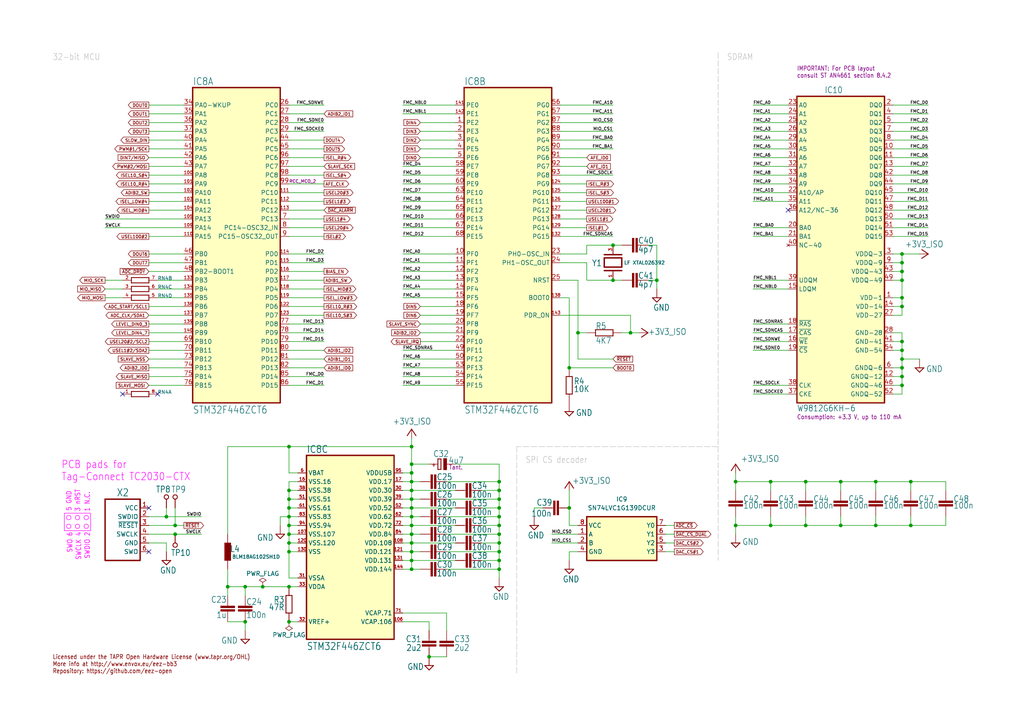
<source format=kicad_sch>
(kicad_sch (version 20230121) (generator eeschema)
  (paper "A4")
  (title_block (title "EEZ DIB MIO168") (date "2024-01-19") (rev "r3B1") (company "Envox d.o.o.") (comment 1 "https://www.envox.eu"))
  (junction (at 261.62 104.14))
  (junction (at 144.78 152.4))
  (junction (at 261.62 73.66))
  (junction (at 254 139.7))
  (junction (at 213.36 152.4))
  (junction (at 71.12 170.18))
  (junction (at 261.62 111.76))
  (junction (at 144.78 144.78))
  (junction (at 144.78 160.02))
  (junction (at 50.8 154.94))
  (junction (at 119.38 142.24))
  (junction (at 223.52 152.4))
  (junction (at 213.36 139.7))
  (junction (at 144.78 162.56))
  (junction (at 264.16 139.7))
  (junction (at 261.62 88.9))
  (junction (at 177.8 81.28))
  (junction (at 83.82 144.78))
  (junction (at 261.62 81.28))
  (junction (at 261.62 99.06))
  (junction (at 233.68 139.7))
  (junction (at 182.88 96.52))
  (junction (at 83.82 170.18))
  (junction (at 261.62 109.22))
  (junction (at 119.38 144.78))
  (junction (at 83.82 157.48))
  (junction (at 83.82 160.02))
  (junction (at 83.82 180.34))
  (junction (at 254 152.4))
  (junction (at 243.84 152.4))
  (junction (at 261.62 86.36))
  (junction (at 165.1 147.32))
  (junction (at 144.78 149.86))
  (junction (at 119.38 137.16))
  (junction (at 119.38 152.4))
  (junction (at 261.62 101.6))
  (junction (at 144.78 157.48))
  (junction (at 144.78 142.24))
  (junction (at 48.26 149.86))
  (junction (at 261.62 106.68))
  (junction (at 119.38 162.56))
  (junction (at 50.8 152.4))
  (junction (at 76.2 170.18))
  (junction (at 83.82 149.86))
  (junction (at 71.12 180.34))
  (junction (at 233.68 152.4))
  (junction (at 264.16 152.4))
  (junction (at 119.38 139.7))
  (junction (at 119.38 149.86))
  (junction (at 243.84 139.7))
  (junction (at 144.78 165.1))
  (junction (at 124.46 190.5))
  (junction (at 261.62 76.2))
  (junction (at 83.82 154.94))
  (junction (at 66.04 170.18))
  (junction (at 83.82 152.4))
  (junction (at 119.38 154.94))
  (junction (at 177.8 71.12))
  (junction (at 144.78 154.94))
  (junction (at 83.82 142.24))
  (junction (at 144.78 147.32))
  (junction (at 119.38 134.62))
  (junction (at 190.5 81.28))
  (junction (at 119.38 165.1))
  (junction (at 167.64 96.52))
  (junction (at 119.38 157.48))
  (junction (at 223.52 139.7))
  (junction (at 144.78 139.7))
  (junction (at 83.82 129.54))
  (junction (at 119.38 129.54))
  (junction (at 119.38 160.02))
  (junction (at 261.62 78.74))
  (junction (at 165.1 106.68))
  (junction (at 83.82 147.32))
  (junction (at 119.38 147.32))
  (no_connect (at 43.18 147.32))
  (no_connect (at 45.72 114.3))
  (no_connect (at 35.56 114.3))
  (no_connect (at 43.18 160.02))
  (no_connect (at 228.6 60.96))
  (wire (pts (xy 162.56 48.26) (xy 170.18 48.26)))
  (wire (pts (xy 116.84 53.34) (xy 132.08 53.34)))
  (wire (pts (xy 162.56 40.64) (xy 177.8 40.64)))
  (wire (pts (xy 43.18 154.94) (xy 50.8 154.94)))
  (wire (pts (xy 259.08 60.96) (xy 269.24 60.96)) (stroke (width 0.1524)))
  (wire (pts (xy 43.18 96.52) (xy 53.34 96.52)))
  (wire (pts (xy 218.44 55.88) (xy 228.6 55.88)) (stroke (width 0.1524)))
  (wire (pts (xy 66.04 129.54) (xy 66.04 154.94)) (stroke (width 0.1524)))
  (wire (pts (xy 162.56 30.48) (xy 177.8 30.48)))
  (wire (pts (xy 116.84 154.94) (xy 119.38 154.94)) (stroke (width 0.1524)))
  (wire (pts (xy 124.46 180.34) (xy 124.46 182.88)) (stroke (width 0.1524)))
  (wire (pts (xy 259.08 78.74) (xy 261.62 78.74)) (stroke (width 0.1524)))
  (wire (pts (xy 50.8 152.4) (xy 53.34 152.4)))
  (wire (pts (xy 165.1 86.36) (xy 165.1 106.68)) (stroke (width 0.1524)))
  (polyline (pts (xy 208.28 129.54) (xy 149.86 129.54)) (stroke (width 0.1524) (type dash) (color 194 194 194 1)))
  (wire (pts (xy 180.34 81.28) (xy 177.8 81.28)) (stroke (width 0.1524)))
  (wire (pts (xy 83.82 58.42) (xy 93.98 58.42)))
  (wire (pts (xy 139.7 147.32) (xy 144.78 147.32)) (stroke (width 0.1524)))
  (wire (pts (xy 83.82 63.5) (xy 93.98 63.5)) (stroke (width 0.1524)))
  (wire (pts (xy 170.18 73.66) (xy 162.56 73.66)) (stroke (width 0.1524)))
  (wire (pts (xy 121.92 45.72) (xy 132.08 45.72)) (stroke (width 0.1524)))
  (wire (pts (xy 218.44 68.58) (xy 228.6 68.58)) (stroke (width 0.1524)))
  (wire (pts (xy 83.82 68.58) (xy 93.98 68.58)) (stroke (width 0.1524)))
  (wire (pts (xy 259.08 38.1) (xy 269.24 38.1)) (stroke (width 0.1524)))
  (wire (pts (xy 259.08 58.42) (xy 269.24 58.42)) (stroke (width 0.1524)))
  (wire (pts (xy 218.44 93.98) (xy 228.6 93.98)) (stroke (width 0.1524)))
  (wire (pts (xy 121.92 43.18) (xy 132.08 43.18)) (stroke (width 0.1524)))
  (wire (pts (xy 218.44 38.1) (xy 228.6 38.1)) (stroke (width 0.1524)))
  (wire (pts (xy 218.44 48.26) (xy 228.6 48.26)) (stroke (width 0.1524)))
  (wire (pts (xy 129.54 177.8) (xy 129.54 182.88)) (stroke (width 0.1524)))
  (wire (pts (xy 83.82 101.6) (xy 93.98 101.6)) (stroke (width 0.1524)))
  (wire (pts (xy 53.34 55.88) (xy 43.18 55.88)) (stroke (width 0.1524)))
  (wire (pts (xy 259.08 55.88) (xy 269.24 55.88)) (stroke (width 0.1524)))
  (wire (pts (xy 124.46 134.62) (xy 119.38 134.62)) (stroke (width 0.1524)))
  (wire (pts (xy 144.78 162.56) (xy 144.78 165.1)) (stroke (width 0.1524)))
  (wire (pts (xy 259.08 99.06) (xy 261.62 99.06)) (stroke (width 0.1524)))
  (wire (pts (xy 170.18 73.66) (xy 170.18 71.12)) (stroke (width 0.1524)))
  (wire (pts (xy 139.7 162.56) (xy 144.78 162.56)) (stroke (width 0.1524)))
  (wire (pts (xy 124.46 190.5) (xy 129.54 190.5)) (stroke (width 0.1524)))
  (wire (pts (xy 119.38 139.7) (xy 119.38 137.16)) (stroke (width 0.1524)))
  (wire (pts (xy 274.32 152.4) (xy 274.32 149.86)) (stroke (width 0.1524)))
  (wire (pts (xy 144.78 134.62) (xy 144.78 139.7)) (stroke (width 0.1524)))
  (wire (pts (xy 259.08 76.2) (xy 261.62 76.2)) (stroke (width 0.1524)))
  (wire (pts (xy 53.34 91.44) (xy 43.18 91.44)) (stroke (width 0.1524)))
  (wire (pts (xy 86.36 167.64) (xy 83.82 167.64)) (stroke (width 0.1524)))
  (wire (pts (xy 129.54 149.86) (xy 144.78 149.86)) (stroke (width 0.1524)))
  (polyline (pts (xy 208.28 129.54) (xy 208.28 162.56)) (stroke (width 0.1524) (type dash) (color 194 194 194 1)))
  (wire (pts (xy 83.82 106.68) (xy 93.98 106.68)) (stroke (width 0.1524)))
  (wire (pts (xy 119.38 165.1) (xy 121.92 165.1)) (stroke (width 0.1524)))
  (wire (pts (xy 83.82 48.26) (xy 93.98 48.26)))
  (wire (pts (xy 259.08 88.9) (xy 261.62 88.9)) (stroke (width 0.1524)))
  (wire (pts (xy 121.92 144.78) (xy 119.38 144.78)) (stroke (width 0.1524)))
  (wire (pts (xy 259.08 73.66) (xy 261.62 73.66)) (stroke (width 0.1524)))
  (wire (pts (xy 228.6 114.3) (xy 218.44 114.3)) (stroke (width 0.1524)))
  (wire (pts (xy 86.36 147.32) (xy 83.82 147.32)) (stroke (width 0.1524)))
  (wire (pts (xy 116.84 68.58) (xy 132.08 68.58)))
  (wire (pts (xy 71.12 172.72) (xy 71.12 170.18)) (stroke (width 0.1524)))
  (wire (pts (xy 259.08 109.22) (xy 261.62 109.22)) (stroke (width 0.1524)))
  (wire (pts (xy 233.68 152.4) (xy 233.68 149.86)) (stroke (width 0.1524)))
  (wire (pts (xy 213.36 142.24) (xy 213.36 139.7)) (stroke (width 0.1524)))
  (wire (pts (xy 243.84 139.7) (xy 254 139.7)) (stroke (width 0.1524)))
  (wire (pts (xy 165.1 147.32) (xy 165.1 152.4)))
  (wire (pts (xy 193.04 154.94) (xy 195.58 154.94)))
  (wire (pts (xy 83.82 142.24) (xy 83.82 144.78)) (stroke (width 0.1524)))
  (wire (pts (xy 116.84 66.04) (xy 132.08 66.04)))
  (wire (pts (xy 86.36 149.86) (xy 83.82 149.86)) (stroke (width 0.1524)))
  (wire (pts (xy 139.7 152.4) (xy 144.78 152.4)) (stroke (width 0.1524)))
  (wire (pts (xy 259.08 50.8) (xy 269.24 50.8)) (stroke (width 0.1524)))
  (wire (pts (xy 233.68 152.4) (xy 243.84 152.4)) (stroke (width 0.1524)))
  (wire (pts (xy 53.34 43.18) (xy 43.18 43.18)) (stroke (width 0.1524)))
  (wire (pts (xy 261.62 114.3) (xy 259.08 114.3)) (stroke (width 0.1524)))
  (wire (pts (xy 213.36 139.7) (xy 213.36 137.16)) (stroke (width 0.1524)))
  (wire (pts (xy 53.34 45.72) (xy 43.18 45.72)) (stroke (width 0.1524)))
  (wire (pts (xy 116.84 48.26) (xy 132.08 48.26)))
  (wire (pts (xy 213.36 152.4) (xy 213.36 149.86)) (stroke (width 0.1524)))
  (wire (pts (xy 119.38 154.94) (xy 119.38 152.4)) (stroke (width 0.1524)))
  (wire (pts (xy 83.82 139.7) (xy 83.82 142.24)) (stroke (width 0.1524)))
  (wire (pts (xy 187.96 71.12) (xy 190.5 71.12)) (stroke (width 0.1524)))
  (wire (pts (xy 119.38 160.02) (xy 119.38 157.48)) (stroke (width 0.1524)))
  (wire (pts (xy 144.78 152.4) (xy 144.78 154.94)) (stroke (width 0.1524)))
  (wire (pts (xy 119.38 142.24) (xy 119.38 139.7)) (stroke (width 0.1524)))
  (wire (pts (xy 144.78 147.32) (xy 144.78 149.86)) (stroke (width 0.1524)))
  (wire (pts (xy 119.38 162.56) (xy 119.38 160.02)) (stroke (width 0.1524)))
  (wire (pts (xy 162.56 86.36) (xy 165.1 86.36)) (stroke (width 0.1524)))
  (wire (pts (xy 43.18 58.42) (xy 53.34 58.42)))
  (wire (pts (xy 119.38 139.7) (xy 116.84 139.7)) (stroke (width 0.1524)))
  (wire (pts (xy 119.38 157.48) (xy 132.08 157.48)) (stroke (width 0.1524)))
  (wire (pts (xy 83.82 167.64) (xy 83.82 160.02)) (stroke (width 0.1524)))
  (wire (pts (xy 162.56 35.56) (xy 177.8 35.56)))
  (wire (pts (xy 165.1 142.24) (xy 165.1 147.32)))
  (wire (pts (xy 83.82 53.34) (xy 93.98 53.34)))
  (wire (pts (xy 43.18 106.68) (xy 53.34 106.68)))
  (wire (pts (xy 162.56 58.42) (xy 170.18 58.42)) (stroke (width 0.1524)))
  (wire (pts (xy 48.26 157.48) (xy 48.26 160.02)))
  (wire (pts (xy 53.34 35.56) (xy 43.18 35.56)) (stroke (width 0.1524)))
  (wire (pts (xy 218.44 96.52) (xy 228.6 96.52)) (stroke (width 0.1524)))
  (wire (pts (xy 119.38 165.1) (xy 119.38 162.56)) (stroke (width 0.1524)))
  (wire (pts (xy 223.52 152.4) (xy 223.52 149.86)) (stroke (width 0.1524)))
  (wire (pts (xy 119.38 137.16) (xy 119.38 134.62)) (stroke (width 0.1524)))
  (wire (pts (xy 53.34 30.48) (xy 43.18 30.48)) (stroke (width 0.1524)))
  (wire (pts (xy 83.82 144.78) (xy 83.82 147.32)) (stroke (width 0.1524)))
  (wire (pts (xy 259.08 96.52) (xy 261.62 96.52)) (stroke (width 0.1524)))
  (wire (pts (xy 119.38 154.94) (xy 121.92 154.94)) (stroke (width 0.1524)))
  (wire (pts (xy 83.82 137.16) (xy 86.36 137.16)) (stroke (width 0.1524)))
  (wire (pts (xy 116.84 63.5) (xy 132.08 63.5)))
  (wire (pts (xy 83.82 109.22) (xy 93.98 109.22)))
  (wire (pts (xy 86.36 170.18) (xy 83.82 170.18)) (stroke (width 0.1524)))
  (wire (pts (xy 116.84 160.02) (xy 119.38 160.02)) (stroke (width 0.1524)))
  (wire (pts (xy 218.44 53.34) (xy 228.6 53.34)) (stroke (width 0.1524)))
  (wire (pts (xy 259.08 106.68) (xy 261.62 106.68)) (stroke (width 0.1524)))
  (wire (pts (xy 83.82 60.96) (xy 93.98 60.96)))
  (wire (pts (xy 261.62 96.52) (xy 261.62 99.06)) (stroke (width 0.1524)))
  (wire (pts (xy 121.92 40.64) (xy 132.08 40.64)) (stroke (width 0.1524)))
  (wire (pts (xy 218.44 58.42) (xy 228.6 58.42)) (stroke (width 0.1524)))
  (wire (pts (xy 86.36 154.94) (xy 83.82 154.94)) (stroke (width 0.1524)))
  (wire (pts (xy 83.82 147.32) (xy 83.82 149.86)) (stroke (width 0.1524)))
  (wire (pts (xy 261.62 111.76) (xy 261.62 114.3)) (stroke (width 0.1524)))
  (wire (pts (xy 162.56 33.02) (xy 177.8 33.02)))
  (wire (pts (xy 162.56 45.72) (xy 170.18 45.72)))
  (wire (pts (xy 167.64 157.48) (xy 160.02 157.48)))
  (wire (pts (xy 83.82 35.56) (xy 93.98 35.56)))
  (wire (pts (xy 139.7 157.48) (xy 144.78 157.48)) (stroke (width 0.1524)))
  (wire (pts (xy 116.84 86.36) (xy 132.08 86.36)))
  (wire (pts (xy 261.62 101.6) (xy 261.62 104.14)) (stroke (width 0.1524)))
  (wire (pts (xy 83.82 149.86) (xy 81.28 149.86)) (stroke (width 0.1524)))
  (wire (pts (xy 190.5 71.12) (xy 190.5 81.28)) (stroke (width 0.1524)))
  (wire (pts (xy 116.84 165.1) (xy 119.38 165.1)) (stroke (width 0.1524)))
  (wire (pts (xy 144.78 144.78) (xy 144.78 147.32)) (stroke (width 0.1524)))
  (wire (pts (xy 144.78 165.1) (xy 144.78 167.64)) (stroke (width 0.1524)))
  (wire (pts (xy 259.08 53.34) (xy 269.24 53.34)) (stroke (width 0.1524)))
  (wire (pts (xy 53.34 66.04) (xy 30.48 66.04)) (stroke (width 0.1524)))
  (wire (pts (xy 116.84 33.02) (xy 132.08 33.02)))
  (wire (pts (xy 180.34 71.12) (xy 177.8 71.12)) (stroke (width 0.1524)))
  (wire (pts (xy 233.68 139.7) (xy 243.84 139.7)) (stroke (width 0.1524)))
  (wire (pts (xy 66.04 172.72) (xy 66.04 170.18)) (stroke (width 0.1524)))
  (wire (pts (xy 259.08 63.5) (xy 269.24 63.5)) (stroke (width 0.1524)))
  (wire (pts (xy 144.78 139.7) (xy 144.78 142.24)) (stroke (width 0.1524)))
  (wire (pts (xy 182.88 91.44) (xy 182.88 96.52)) (stroke (width 0.1524)))
  (wire (pts (xy 119.38 160.02) (xy 121.92 160.02)) (stroke (width 0.1524)))
  (wire (pts (xy 116.84 162.56) (xy 119.38 162.56)) (stroke (width 0.1524)))
  (wire (pts (xy 83.82 66.04) (xy 93.98 66.04)) (stroke (width 0.1524)))
  (wire (pts (xy 254 142.24) (xy 254 139.7)) (stroke (width 0.1524)))
  (wire (pts (xy 274.32 139.7) (xy 274.32 142.24)) (stroke (width 0.1524)))
  (wire (pts (xy 259.08 40.64) (xy 269.24 40.64)) (stroke (width 0.1524)))
  (wire (pts (xy 259.08 68.58) (xy 269.24 68.58)) (stroke (width 0.1524)))
  (wire (pts (xy 116.84 101.6) (xy 132.08 101.6)))
  (wire (pts (xy 66.04 165.1) (xy 66.04 170.18)) (stroke (width 0.1524)))
  (wire (pts (xy 261.62 73.66) (xy 261.62 76.2)) (stroke (width 0.1524)))
  (wire (pts (xy 162.56 60.96) (xy 170.18 60.96)) (stroke (width 0.1524)))
  (wire (pts (xy 129.54 160.02) (xy 144.78 160.02)) (stroke (width 0.1524)))
  (wire (pts (xy 43.18 149.86) (xy 48.26 149.86)))
  (wire (pts (xy 76.2 170.18) (xy 71.12 170.18)) (stroke (width 0.1524)))
  (wire (pts (xy 182.88 96.52) (xy 185.42 96.52)))
  (wire (pts (xy 119.38 147.32) (xy 132.08 147.32)) (stroke (width 0.1524)))
  (wire (pts (xy 167.64 81.28) (xy 167.64 96.52)) (stroke (width 0.1524)))
  (wire (pts (xy 53.34 33.02) (xy 43.18 33.02)) (stroke (width 0.1524)))
  (wire (pts (xy 218.44 40.64) (xy 228.6 40.64)) (stroke (width 0.1524)))
  (wire (pts (xy 121.92 91.44) (xy 132.08 91.44)))
  (wire (pts (xy 259.08 111.76) (xy 261.62 111.76)) (stroke (width 0.1524)))
  (wire (pts (xy 116.84 104.14) (xy 132.08 104.14)))
  (wire (pts (xy 45.72 81.28) (xy 53.34 81.28)) (stroke (width 0.1524)))
  (wire (pts (xy 43.18 152.4) (xy 50.8 152.4)))
  (wire (pts (xy 162.56 91.44) (xy 182.88 91.44)) (stroke (width 0.1524)))
  (wire (pts (xy 83.82 73.66) (xy 93.98 73.66)))
  (wire (pts (xy 154.94 147.32) (xy 154.94 149.86)))
  (wire (pts (xy 261.62 76.2) (xy 261.62 78.74)) (stroke (width 0.1524)))
  (wire (pts (xy 218.44 43.18) (xy 228.6 43.18)) (stroke (width 0.1524)))
  (wire (pts (xy 129.54 144.78) (xy 144.78 144.78)) (stroke (width 0.1524)))
  (wire (pts (xy 116.84 73.66) (xy 132.08 73.66)))
  (wire (pts (xy 162.56 66.04) (xy 170.18 66.04)) (stroke (width 0.1524)))
  (wire (pts (xy 261.62 78.74) (xy 261.62 81.28)) (stroke (width 0.1524)))
  (wire (pts (xy 53.34 88.9) (xy 43.18 88.9)) (stroke (width 0.1524)))
  (wire (pts (xy 119.38 142.24) (xy 116.84 142.24)) (stroke (width 0.1524)))
  (wire (pts (xy 223.52 139.7) (xy 233.68 139.7)) (stroke (width 0.1524)))
  (wire (pts (xy 43.18 104.14) (xy 53.34 104.14)) (stroke (width 0.1524)))
  (wire (pts (xy 259.08 30.48) (xy 269.24 30.48)) (stroke (width 0.1524)))
  (wire (pts (xy 218.44 101.6) (xy 228.6 101.6)) (stroke (width 0.1524)))
  (wire (pts (xy 43.18 68.58) (xy 53.34 68.58)))
  (wire (pts (xy 119.38 149.86) (xy 121.92 149.86)) (stroke (width 0.1524)))
  (wire (pts (xy 116.84 152.4) (xy 119.38 152.4)) (stroke (width 0.1524)))
  (wire (pts (xy 218.44 81.28) (xy 228.6 81.28)) (stroke (width 0.1524)))
  (wire (pts (xy 71.12 180.34) (xy 66.04 180.34)) (stroke (width 0.1524)))
  (wire (pts (xy 218.44 50.8) (xy 228.6 50.8)) (stroke (width 0.1524)))
  (wire (pts (xy 86.36 152.4) (xy 83.82 152.4)) (stroke (width 0.1524)))
  (wire (pts (xy 162.56 43.18) (xy 177.8 43.18)))
  (wire (pts (xy 259.08 48.26) (xy 269.24 48.26)) (stroke (width 0.1524)))
  (wire (pts (xy 50.8 147.32) (xy 50.8 152.4)))
  (wire (pts (xy 43.18 50.8) (xy 53.34 50.8)))
  (wire (pts (xy 119.38 129.54) (xy 119.38 134.62)) (stroke (width 0.1524)))
  (wire (pts (xy 254 152.4) (xy 254 149.86)) (stroke (width 0.1524)))
  (wire (pts (xy 119.38 149.86) (xy 119.38 147.32)) (stroke (width 0.1524)))
  (wire (pts (xy 119.38 144.78) (xy 116.84 144.78)) (stroke (width 0.1524)))
  (wire (pts (xy 254 152.4) (xy 264.16 152.4)) (stroke (width 0.1524)))
  (wire (pts (xy 144.78 154.94) (xy 144.78 157.48)) (stroke (width 0.1524)))
  (wire (pts (xy 261.62 86.36) (xy 261.62 88.9)) (stroke (width 0.1524)))
  (wire (pts (xy 43.18 78.74) (xy 53.34 78.74)))
  (wire (pts (xy 76.2 170.18) (xy 83.82 170.18)) (stroke (width 0.1524)))
  (wire (pts (xy 119.38 127) (xy 119.38 129.54)) (stroke (width 0.1524)))
  (wire (pts (xy 83.82 154.94) (xy 83.82 157.48)) (stroke (width 0.1524)))
  (wire (pts (xy 223.52 152.4) (xy 233.68 152.4)) (stroke (width 0.1524)))
  (wire (pts (xy 83.82 33.02) (xy 93.98 33.02)))
  (wire (pts (xy 177.8 104.14) (xy 167.64 104.14)) (stroke (width 0.1524)))
  (wire (pts (xy 83.82 45.72) (xy 93.98 45.72)))
  (wire (pts (xy 259.08 66.04) (xy 269.24 66.04)) (stroke (width 0.1524)))
  (wire (pts (xy 119.38 152.4) (xy 132.08 152.4)) (stroke (width 0.1524)))
  (wire (pts (xy 43.18 60.96) (xy 53.34 60.96)))
  (wire (pts (xy 116.84 55.88) (xy 132.08 55.88)))
  (wire (pts (xy 43.18 111.76) (xy 53.34 111.76)) (stroke (width 0.1524)))
  (wire (pts (xy 35.56 81.28) (xy 30.48 81.28)) (stroke (width 0.1524)))
  (wire (pts (xy 218.44 33.02) (xy 228.6 33.02)) (stroke (width 0.1524)))
  (wire (pts (xy 132.08 142.24) (xy 119.38 142.24)) (stroke (width 0.1524)))
  (wire (pts (xy 121.92 99.06) (xy 132.08 99.06)))
  (wire (pts (xy 213.36 139.7) (xy 223.52 139.7)) (stroke (width 0.1524)))
  (wire (pts (xy 116.84 149.86) (xy 119.38 149.86)) (stroke (width 0.1524)))
  (wire (pts (xy 83.82 96.52) (xy 93.98 96.52)))
  (wire (pts (xy 53.34 63.5) (xy 30.48 63.5)) (stroke (width 0.1524)))
  (wire (pts (xy 116.84 30.48) (xy 132.08 30.48)))
  (wire (pts (xy 139.7 142.24) (xy 144.78 142.24)) (stroke (width 0.1524)))
  (wire (pts (xy 83.82 78.74) (xy 93.98 78.74)))
  (wire (pts (xy 119.38 162.56) (xy 132.08 162.56)) (stroke (width 0.1524)))
  (wire (pts (xy 259.08 35.56) (xy 269.24 35.56)) (stroke (width 0.1524)))
  (wire (pts (xy 116.84 177.8) (xy 129.54 177.8)) (stroke (width 0.1524)))
  (wire (pts (xy 167.64 96.52) (xy 167.64 104.14)) (stroke (width 0.1524)))
  (wire (pts (xy 261.62 99.06) (xy 261.62 101.6)) (stroke (width 0.1524)))
  (wire (pts (xy 83.82 104.14) (xy 93.98 104.14)) (stroke (width 0.1524)))
  (wire (pts (xy 264.16 139.7) (xy 274.32 139.7)) (stroke (width 0.1524)))
  (wire (pts (xy 116.84 60.96) (xy 132.08 60.96)))
  (wire (pts (xy 144.78 160.02) (xy 144.78 162.56)) (stroke (width 0.1524)))
  (wire (pts (xy 264.16 152.4) (xy 264.16 149.86)) (stroke (width 0.1524)))
  (wire (pts (xy 43.18 93.98) (xy 53.34 93.98)))
  (wire (pts (xy 71.12 182.88) (xy 71.12 180.34)) (stroke (width 0.1524)))
  (wire (pts (xy 119.38 152.4) (xy 119.38 149.86)) (stroke (width 0.1524)))
  (wire (pts (xy 83.82 38.1) (xy 93.98 38.1)))
  (wire (pts (xy 35.56 86.36) (xy 30.48 86.36)) (stroke (width 0.1524)))
  (wire (pts (xy 157.48 147.32) (xy 154.94 147.32)))
  (wire (pts (xy 121.92 93.98) (xy 132.08 93.98)))
  (wire (pts (xy 66.04 170.18) (xy 71.12 170.18)) (stroke (width 0.1524)))
  (wire (pts (xy 259.08 81.28) (xy 261.62 81.28)) (stroke (width 0.1524)))
  (wire (pts (xy 53.34 48.26) (xy 43.18 48.26)) (stroke (width 0.1524)))
  (wire (pts (xy 116.84 137.16) (xy 119.38 137.16)) (stroke (width 0.1524)))
  (wire (pts (xy 259.08 43.18) (xy 269.24 43.18)) (stroke (width 0.1524)))
  (wire (pts (xy 162.56 50.8) (xy 177.8 50.8)))
  (wire (pts (xy 86.36 139.7) (xy 83.82 139.7)) (stroke (width 0.1524)))
  (wire (pts (xy 144.78 142.24) (xy 144.78 144.78)) (stroke (width 0.1524)))
  (wire (pts (xy 218.44 99.06) (xy 228.6 99.06)) (stroke (width 0.1524)))
  (wire (pts (xy 45.72 86.36) (xy 53.34 86.36)) (stroke (width 0.1524)))
  (wire (pts (xy 121.92 35.56) (xy 132.08 35.56)) (stroke (width 0.1524)))
  (wire (pts (xy 144.78 157.48) (xy 144.78 160.02)) (stroke (width 0.1524)))
  (wire (pts (xy 43.18 99.06) (xy 53.34 99.06)))
  (wire (pts (xy 261.62 106.68) (xy 261.62 109.22)) (stroke (width 0.1524)))
  (wire (pts (xy 132.08 134.62) (xy 144.78 134.62)) (stroke (width 0.1524)))
  (wire (pts (xy 86.36 160.02) (xy 83.82 160.02)) (stroke (width 0.1524)))
  (wire (pts (xy 254 139.7) (xy 264.16 139.7)) (stroke (width 0.1524)))
  (wire (pts (xy 167.64 154.94) (xy 160.02 154.94)))
  (wire (pts (xy 45.72 83.82) (xy 53.34 83.82)) (stroke (width 0.1524)))
  (wire (pts (xy 43.18 109.22) (xy 53.34 109.22)) (stroke (width 0.1524)))
  (wire (pts (xy 35.56 83.82) (xy 30.48 83.82)) (stroke (width 0.1524)))
  (wire (pts (xy 121.92 96.52) (xy 132.08 96.52)))
  (wire (pts (xy 187.96 81.28) (xy 190.5 81.28)) (stroke (width 0.1524)))
  (wire (pts (xy 116.84 50.8) (xy 132.08 50.8)))
  (wire (pts (xy 53.34 73.66) (xy 43.18 73.66)) (stroke (width 0.1524)))
  (wire (pts (xy 162.56 68.58) (xy 177.8 68.58)))
  (wire (pts (xy 43.18 40.64) (xy 53.34 40.64)))
  (wire (pts (xy 83.82 93.98) (xy 93.98 93.98)))
  (wire (pts (xy 83.82 160.02) (xy 83.82 157.48)) (stroke (width 0.1524)))
  (wire (pts (xy 129.54 165.1) (xy 144.78 165.1)) (stroke (width 0.1524)))
  (wire (pts (xy 144.78 149.86) (xy 144.78 152.4)) (stroke (width 0.1524)))
  (polyline (pts (xy 149.86 129.54) (xy 149.86 195.58)) (stroke (width 0.1524) (type dash) (color 194 194 194 1)))
  (wire (pts (xy 50.8 154.94) (xy 58.42 154.94)))
  (wire (pts (xy 121.92 88.9) (xy 132.08 88.9)))
  (wire (pts (xy 83.82 111.76) (xy 93.98 111.76)))
  (wire (pts (xy 218.44 83.82) (xy 228.6 83.82)) (stroke (width 0.1524)))
  (wire (pts (xy 83.82 40.64) (xy 93.98 40.64)) (stroke (width 0.1524)))
  (wire (pts (xy 261.62 73.66) (xy 266.7 73.66)) (stroke (width 0.1524)))
  (wire (pts (xy 83.82 152.4) (xy 83.82 154.94)) (stroke (width 0.1524)))
  (wire (pts (xy 116.84 180.34) (xy 124.46 180.34)) (stroke (width 0.1524)))
  (wire (pts (xy 76.2 170.18) (xy 78.74 170.18)))
  (wire (pts (xy 83.82 83.82) (xy 93.98 83.82)) (stroke (width 0.1524)))
  (wire (pts (xy 165.1 160.02) (xy 167.64 160.02)))
  (wire (pts (xy 86.36 144.78) (xy 83.82 144.78)) (stroke (width 0.1524)))
  (wire (pts (xy 66.04 129.54) (xy 83.82 129.54)) (stroke (width 0.1524)))
  (wire (pts (xy 162.56 55.88) (xy 170.18 55.88)) (stroke (width 0.1524)))
  (wire (pts (xy 116.84 109.22) (xy 132.08 109.22)))
  (wire (pts (xy 170.18 96.52) (xy 167.64 96.52)) (stroke (width 0.1524)))
  (wire (pts (xy 86.36 157.48) (xy 83.82 157.48)) (stroke (width 0.1524)))
  (wire (pts (xy 165.1 152.4) (xy 167.64 152.4)))
  (wire (pts (xy 83.82 55.88) (xy 93.98 55.88)))
  (wire (pts (xy 261.62 91.44) (xy 259.08 91.44)) (stroke (width 0.1524)))
  (wire (pts (xy 162.56 63.5) (xy 170.18 63.5)) (stroke (width 0.1524)))
  (wire (pts (xy 165.1 160.02) (xy 165.1 162.56)))
  (wire (pts (xy 121.92 139.7) (xy 119.38 139.7)) (stroke (width 0.1524)))
  (wire (pts (xy 228.6 111.76) (xy 218.44 111.76)) (stroke (width 0.1524)))
  (wire (pts (xy 116.84 81.28) (xy 132.08 81.28)))
  (wire (pts (xy 83.82 129.54) (xy 83.82 137.16)) (stroke (width 0.1524)))
  (wire (pts (xy 165.1 106.68) (xy 177.8 106.68)) (stroke (width 0.1524)))
  (wire (pts (xy 53.34 38.1) (xy 43.18 38.1)) (stroke (width 0.1524)))
  (wire (pts (xy 193.04 160.02) (xy 195.58 160.02)))
  (wire (pts (xy 218.44 45.72) (xy 228.6 45.72)) (stroke (width 0.1524)))
  (wire (pts (xy 223.52 142.24) (xy 223.52 139.7)) (stroke (width 0.1524)))
  (wire (pts (xy 259.08 45.72) (xy 269.24 45.72)) (stroke (width 0.1524)))
  (wire (pts (xy 48.26 147.32) (xy 48.26 149.86)))
  (wire (pts (xy 116.84 83.82) (xy 132.08 83.82)))
  (wire (pts (xy 86.36 142.24) (xy 83.82 142.24)) (stroke (width 0.1524)))
  (wire (pts (xy 116.84 78.74) (xy 132.08 78.74)))
  (wire (pts (xy 83.82 81.28) (xy 93.98 81.28)) (stroke (width 0.1524)))
  (wire (pts (xy 116.84 111.76) (xy 132.08 111.76)))
  (wire (pts (xy 190.5 81.28) (xy 190.5 83.82)) (stroke (width 0.1524)))
  (wire (pts (xy 83.82 43.18) (xy 93.98 43.18)) (stroke (width 0.1524)))
  (wire (pts (xy 259.08 33.02) (xy 269.24 33.02)) (stroke (width 0.1524)))
  (wire (pts (xy 170.18 76.2) (xy 170.18 81.28)) (stroke (width 0.1524)))
  (wire (pts (xy 218.44 66.04) (xy 228.6 66.04)) (stroke (width 0.1524)))
  (wire (pts (xy 43.18 101.6) (xy 53.34 101.6)))
  (wire (pts (xy 86.36 180.34) (xy 83.82 180.34)) (stroke (width 0.1524)))
  (wire (pts (xy 243.84 152.4) (xy 254 152.4)) (stroke (width 0.1524)))
  (wire (pts (xy 218.44 30.48) (xy 228.6 30.48)) (stroke (width 0.1524)))
  (wire (pts (xy 83.82 30.48) (xy 93.98 30.48)))
  (wire (pts (xy 53.34 76.2) (xy 43.18 76.2)) (stroke (width 0.1524)))
  (wire (pts (xy 119.38 129.54) (xy 83.82 129.54)) (stroke (width 0.1524)))
  (wire (pts (xy 83.82 91.44) (xy 93.98 91.44)) (stroke (width 0.1524)))
  (wire (pts (xy 264.16 152.4) (xy 274.32 152.4)) (stroke (width 0.1524)))
  (wire (pts (xy 81.28 149.86) (xy 81.28 152.4)) (stroke (width 0.1524)))
  (wire (pts (xy 213.36 152.4) (xy 223.52 152.4)) (stroke (width 0.1524)))
  (wire (pts (xy 116.84 76.2) (xy 132.08 76.2)))
  (wire (pts (xy 243.84 142.24) (xy 243.84 139.7)) (stroke (width 0.1524)))
  (wire (pts (xy 264.16 139.7) (xy 264.16 142.24)) (stroke (width 0.1524)))
  (wire (pts (xy 261.62 81.28) (xy 261.62 86.36)) (stroke (width 0.1524)))
  (wire (pts (xy 83.82 76.2) (xy 93.98 76.2)))
  (wire (pts (xy 266.7 104.14) (xy 261.62 104.14)) (stroke (width 0.1524)))
  (wire (pts (xy 259.08 101.6) (xy 261.62 101.6)) (stroke (width 0.1524)))
  (wire (pts (xy 261.62 109.22) (xy 261.62 111.76)) (stroke (width 0.1524)))
  (wire (pts (xy 83.82 99.06) (xy 93.98 99.06)))
  (wire (pts (xy 170.18 71.12) (xy 177.8 71.12)) (stroke (width 0.1524)))
  (wire (pts (xy 116.84 58.42) (xy 132.08 58.42)))
  (wire (pts (xy 162.56 81.28) (xy 167.64 81.28)) (stroke (width 0.1524)))
  (wire (pts (xy 233.68 142.24) (xy 233.68 139.7)) (stroke (width 0.1524)))
  (wire (pts (xy 119.38 157.48) (xy 119.38 154.94)) (stroke (width 0.1524)))
  (wire (pts (xy 162.56 76.2) (xy 170.18 76.2)) (stroke (width 0.1524)))
  (wire (pts (xy 195.58 152.4) (xy 193.04 152.4)))
  (wire (pts (xy 162.56 53.34) (xy 170.18 53.34)) (stroke (width 0.1524)))
  (wire (pts (xy 43.18 53.34) (xy 53.34 53.34)))
  (polyline (pts (xy 208.28 15.24) (xy 208.28 129.54)) (stroke (width 0.1524) (type dash) (color 194 194 194 1)))
  (wire (pts (xy 218.44 35.56) (xy 228.6 35.56)) (stroke (width 0.1524)))
  (wire (pts (xy 83.82 86.36) (xy 93.98 86.36)) (stroke (width 0.1524)))
  (wire (pts (xy 129.54 139.7) (xy 144.78 139.7)) (stroke (width 0.1524)))
  (wire (pts (xy 43.18 157.48) (xy 48.26 157.48)))
  (wire (pts (xy 83.82 50.8) (xy 93.98 50.8)))
  (wire (pts (xy 162.56 38.1) (xy 177.8 38.1)))
  (wire (pts (xy 119.38 147.32) (xy 119.38 144.78)) (stroke (width 0.1524)))
  (wire (pts (xy 180.34 96.52) (xy 182.88 96.52)) (stroke (width 0.1524)))
  (wire (pts (xy 259.08 86.36) (xy 261.62 86.36)) (stroke (width 0.1524)))
  (wire (pts (xy 243.84 152.4) (xy 243.84 149.86)) (stroke (width 0.1524)))
  (wire (pts (xy 193.04 157.48) (xy 195.58 157.48)))
  (wire (pts (xy 119.38 144.78) (xy 119.38 142.24)) (stroke (width 0.1524)))
  (wire (pts (xy 83.82 149.86) (xy 83.82 152.4)) (stroke (width 0.1524)))
  (wire (pts (xy 116.84 106.68) (xy 132.08 106.68)))
  (wire (pts (xy 261.62 104.14) (xy 261.62 106.68)) (stroke (width 0.1524)))
  (wire (pts (xy 83.82 88.9) (xy 93.98 88.9)) (stroke (width 0.1524)))
  (wire (pts (xy 213.36 154.94) (xy 213.36 152.4)) (stroke (width 0.1524)))
  (wire (pts (xy 116.84 147.32) (xy 119.38 147.32)) (stroke (width 0.1524)))
  (wire (pts (xy 121.92 38.1) (xy 132.08 38.1)) (stroke (width 0.1524)))
  (wire (pts (xy 48.26 149.86) (xy 58.42 149.86)))
  (wire (pts (xy 116.84 157.48) (xy 119.38 157.48)) (stroke (width 0.1524)))
  (wire (pts (xy 170.18 81.28) (xy 177.8 81.28)) (stroke (width 0.1524)))
  (wire (pts (xy 261.62 88.9) (xy 261.62 91.44)) (stroke (width 0.1524)))
  (wire (pts (xy 129.54 154.94) (xy 144.78 154.94)) (stroke (width 0.1524)))
  (circle (center 19.939 150.114) (radius 0.635) (stroke (width 0.1524) (color 255 0 255 1)))
  (circle (center 22.479 150.114) (radius 0.635) (stroke (width 0.1524) (color 255 0 255 1)))
  (circle (center 25.019 152.654) (radius 0.635) (stroke (width 0.1524) (color 255 0 255 1)))
  (circle (center 19.939 152.654) (radius 0.635) (stroke (width 0.1524) (color 255 0 255 1)))
  (rectangle (start 18.669 153.924) (end 26.289 148.844) (stroke (width 0) (color 255 0 255 1)))
  (circle (center 22.479 152.654) (radius 0.635) (stroke (width 0.1524) (color 255 0 255 1)))
  (circle (center 25.019 150.114) (radius 0.635) (stroke (width 0.1524) (color 255 0 255 1)))
  (text "3 nRST" (at 23.368 141.986 90) (effects (font (size 1.4224 1.209)) (justify right bottom)))
  (text "SWO 6" (at 21.082 154.432 90) (effects (font (size 1.4224 1.209)) (justify right bottom)))
  (text "32-bit MCU" (at 15.24 17.78 0) (effects (font (size 1.778 1.5113)) (justify left bottom)))
  (text "SWCLK 4" (at 23.622 154.432 90) (effects (font (size 1.4224 1.209)) (justify right bottom)))
  (text "SWDIO 2" (at 26.162 154.432 90) (effects (font (size 1.4224 1.209)) (justify right bottom)))
  (text "1 N.C." (at 26.162 142.748 90) (effects (font (size 1.4224 1.209)) (justify right bottom)))
  (text "Tant." (at 130.175 136.525 0) (effects (font (size 1.27 1.0795)) (justify left bottom)))
  (text "RCC_MCO_2" (at 83.82 53.34 0) (effects (font (size 0.889 0.889)) (justify left bottom)))
  (text "5 GND" (at 20.828 142.494 90) (effects (font (size 1.4224 1.209)) (justify right bottom)))
  (text "PCB pads for\nTag-Connect TC2030-CTX" (at 17.78 139.7 0) (effects (font (size 2.1844 1.8567)) (justify left bottom)))
  (text "Consumption: +3.3 V, up to 110 mA" (at 231.14 121.92 0) (effects (font (size 1.27 1.0795)) (justify left bottom)))
  (text "SPI CS decoder" (at 152.4 134.62 0) (effects (font (size 1.778 1.5113)) (justify left bottom)))
  (text "SDRAM" (at 210.82 17.78 0) (effects (font (size 1.778 1.5113)) (justify left bottom)))
  (text "IMPORTANT: For PCB layout\nconsult ST AN4661 section 8.4.2" (at 231.14 22.86 0) (effects (font (size 1.27 1.0795)) (justify left bottom)))
  (text "Licensed under the TAPR Open Hardware License (www.tapr.org/OHL)\nMore info at http://www.envox.eu/eez-bb3\nRepository: https://github.com/eez-open" (at 15.24 195.58 0) (effects (font (size 1.27 1.0795)) (justify left bottom)))
  (label "FMC_D15" (at 269.24 68.58 180) (effects (font (size 0.889 0.889))))
  (label "MIO_CS1" (at 177.8 38.1 180) (effects (font (size 0.889 0.889))))
  (label "FMC_A1" (at 218.44 33.02 0) (effects (font (size 0.889 0.889))))
  (label "FMC_A0" (at 218.44 30.48 0) (effects (font (size 0.889 0.889))))
  (label "FMC_D8" (at 116.84 58.42 0) (effects (font (size 0.889 0.889))))
  (label "FMC_A7" (at 218.44 48.26 0) (effects (font (size 0.889 0.889))))
  (label "FMC_D14" (at 269.24 66.04 180) (effects (font (size 0.889 0.889))))
  (label "FMC_A3" (at 116.84 81.28 0) (effects (font (size 0.889 0.889))))
  (label "FMC_D1" (at 269.24 33.02 180) (effects (font (size 0.889 0.889))))
  (label "FMC_A5" (at 218.44 43.18 0) (effects (font (size 0.889 0.889))))
  (label "FMC_D11" (at 116.84 66.04 0) (effects (font (size 0.889 0.889))))
  (label "FMC_BA1" (at 218.44 68.58 0) (effects (font (size 0.889 0.889))))
  (label "SWDIO" (at 58.42 149.86 180) (effects (font (size 0.889 0.889))))
  (label "FMC_SDNCAS" (at 177.8 68.58 180) (effects (font (size 0.889 0.889))))
  (label "FMC_NBL1" (at 116.84 33.02 0) (effects (font (size 0.889 0.889))))
  (label "SWDIO" (at 30.48 63.5 0) (effects (font (size 0.889 0.889))))
  (label "FMC_D12" (at 269.24 60.96 180) (effects (font (size 0.889 0.889))))
  (label "FMC_A10" (at 218.44 55.88 0) (effects (font (size 0.889 0.889))))
  (label "FMC_D13" (at 269.24 63.5 180) (effects (font (size 0.889 0.889))))
  (label "FMC_A5" (at 116.84 86.36 0) (effects (font (size 0.889 0.889))))
  (label "FMC_SDNWE" (at 93.98 30.48 180) (effects (font (size 0.889 0.889))))
  (label "FMC_A9" (at 116.84 111.76 0) (effects (font (size 0.889 0.889))))
  (label "FMC_D6" (at 116.84 53.34 0) (effects (font (size 0.889 0.889))))
  (label "FMC_A2" (at 116.84 78.74 0) (effects (font (size 0.889 0.889))))
  (label "FMC_A9" (at 218.44 53.34 0) (effects (font (size 0.889 0.889))))
  (label "FMC_SDNWE" (at 218.44 99.06 0) (effects (font (size 0.889 0.889))))
  (label "FMC_SDNCAS" (at 218.44 96.52 0) (effects (font (size 0.889 0.889))))
  (label "FMC_BA0" (at 177.8 40.64 180) (effects (font (size 0.889 0.889))))
  (label "FMC_NBL1" (at 218.44 81.28 0) (effects (font (size 0.889 0.889))))
  (label "FMC_D7" (at 116.84 55.88 0) (effects (font (size 0.889 0.889))))
  (label "FMC_D10" (at 269.24 55.88 180) (effects (font (size 0.889 0.889))))
  (label "FMC_A2" (at 218.44 35.56 0) (effects (font (size 0.889 0.889))))
  (label "FMC_A6" (at 218.44 45.72 0) (effects (font (size 0.889 0.889))))
  (label "FMC_A4" (at 116.84 83.82 0) (effects (font (size 0.889 0.889))))
  (label "FMC_BA0" (at 218.44 66.04 0) (effects (font (size 0.889 0.889))))
  (label "FMC_SDNRAS" (at 218.44 93.98 0) (effects (font (size 0.889 0.889))))
  (label "FMC_D5" (at 116.84 50.8 0) (effects (font (size 0.889 0.889))))
  (label "FMC_SDNE0" (at 218.44 101.6 0) (effects (font (size 0.889 0.889))))
  (label "FMC_SDCLK" (at 218.44 111.76 0) (effects (font (size 0.889 0.889))))
  (label "FMC_D8" (at 269.24 50.8 180) (effects (font (size 0.889 0.889))))
  (label "MIO_CS0" (at 177.8 35.56 180) (effects (font (size 0.889 0.889))))
  (label "FMC_A8" (at 116.84 109.22 0) (effects (font (size 0.889 0.889))))
  (label "FMC_D0" (at 93.98 109.22 180) (effects (font (size 0.889 0.889))))
  (label "FMC_D15" (at 93.98 99.06 180) (effects (font (size 0.889 0.889))))
  (label "FMC_D6" (at 269.24 45.72 180) (effects (font (size 0.889 0.889))))
  (label "FMC_D4" (at 116.84 48.26 0) (effects (font (size 0.889 0.889))))
  (label "FMC_A6" (at 116.84 104.14 0) (effects (font (size 0.889 0.889))))
  (label "FMC_SDCKE0" (at 218.44 114.3 0) (effects (font (size 0.889 0.889))))
  (label "FMC_D12" (at 116.84 68.58 0) (effects (font (size 0.889 0.889))))
  (label "FMC_D9" (at 269.24 53.34 180) (effects (font (size 0.889 0.889))))
  (label "FMC_NBL0" (at 116.84 30.48 0) (effects (font (size 0.889 0.889))))
  (label "FMC_A0" (at 116.84 73.66 0) (effects (font (size 0.889 0.889))))
  (label "FMC_D11" (at 269.24 58.42 180) (effects (font (size 0.889 0.889))))
  (label "FMC_BA1" (at 177.8 43.18 180) (effects (font (size 0.889 0.889))))
  (label "FMC_D7" (at 269.24 48.26 180) (effects (font (size 0.889 0.889))))
  (label "FMC_D2" (at 269.24 35.56 180) (effects (font (size 0.889 0.889))))
  (label "FMC_SDNE0" (at 93.98 35.56 180) (effects (font (size 0.889 0.889))))
  (label "FMC_D3" (at 269.24 38.1 180) (effects (font (size 0.889 0.889))))
  (label "FMC_A10" (at 177.8 30.48 180) (effects (font (size 0.889 0.889))))
  (label "FMC_A11" (at 218.44 58.42 0) (effects (font (size 0.889 0.889))))
  (label "FMC_A4" (at 218.44 40.64 0) (effects (font (size 0.889 0.889))))
  (label "MIO_CS1" (at 160.02 157.48 0) (effects (font (size 0.889 0.889))))
  (label "FMC_D13" (at 93.98 93.98 180) (effects (font (size 0.889 0.889))))
  (label "FMC_SDCKE0" (at 93.98 38.1 180) (effects (font (size 0.889 0.889))))
  (label "FMC_D9" (at 116.84 60.96 0) (effects (font (size 0.889 0.889))))
  (label "FMC_D2" (at 93.98 73.66 180) (effects (font (size 0.889 0.889))))
  (label "FMC_D1" (at 93.98 111.76 180) (effects (font (size 0.889 0.889))))
  (label "FMC_A1" (at 116.84 76.2 0) (effects (font (size 0.889 0.889))))
  (label "FMC_NBL0" (at 218.44 83.82 0) (effects (font (size 0.889 0.889))))
  (label "FMC_D5" (at 269.24 43.18 180) (effects (font (size 0.889 0.889))))
  (label "FMC_D0" (at 269.24 30.48 180) (effects (font (size 0.889 0.889))))
  (label "FMC_D14" (at 93.98 96.52 180) (effects (font (size 0.889 0.889))))
  (label "SWCLK" (at 30.48 66.04 0) (effects (font (size 0.889 0.889))))
  (label "FMC_A7" (at 116.84 106.68 0) (effects (font (size 0.889 0.889))))
  (label "FMC_D4" (at 269.24 40.64 180) (effects (font (size 0.889 0.889))))
  (label "FMC_SDNRAS" (at 116.84 101.6 0) (effects (font (size 0.889 0.889))))
  (label "FMC_SDCLK" (at 177.8 50.8 180) (effects (font (size 0.889 0.889))))
  (label "FMC_A3" (at 218.44 38.1 0) (effects (font (size 0.889 0.889))))
  (label "SWCLK" (at 58.42 154.94 180) (effects (font (size 0.889 0.889))))
  (label "MIO_CS0" (at 160.02 154.94 0) (effects (font (size 0.889 0.889))))
  (label "FMC_A11" (at 177.8 33.02 180) (effects (font (size 0.889 0.889))))
  (label "FMC_A8" (at 218.44 50.8 0) (effects (font (size 0.889 0.889))))
  (label "FMC_D3" (at 93.98 76.2 180) (effects (font (size 0.889 0.889))))
  (label "FMC_D10" (at 116.84 63.5 0) (effects (font (size 0.889 0.889))))
  (global_label "DOUT1" (shape output) (at 43.18 33.02 180) (effects (font (size 0.889 0.889))) (property "Intersheetrefs" "${INTERSHEET_REFS}" (effects hide)))
  (global_label "DOUT0" (shape output) (at 43.18 30.48 180) (effects (font (size 0.889 0.889))) (property "Intersheetrefs" "${INTERSHEET_REFS}" (effects hide)))
  (global_label "DIN0" (shape input) (at 121.92 45.72 180) (effects (font (size 0.889 0.889))) (property "Intersheetrefs" "${INTERSHEET_REFS}" (effects hide)))
  (global_label "ISEL_S#3" (shape output) (at 170.18 55.88 0) (effects (font (size 0.889 0.889))) (property "Intersheetrefs" "${INTERSHEET_REFS}" (effects hide)))
  (global_label "USEL20#1" (shape output) (at 170.18 60.96 0) (effects (font (size 0.889 0.889))) (property "Intersheetrefs" "${INTERSHEET_REFS}" (effects hide)))
  (global_label "ISEL10_R#4" (shape output) (at 43.18 53.34 180) (effects (font (size 0.889 0.889))) (property "Intersheetrefs" "${INTERSHEET_REFS}" (effects hide)))
  (global_label "ISEL#1" (shape output) (at 170.18 66.04 0) (effects (font (size 0.889 0.889))) (property "Intersheetrefs" "${INTERSHEET_REFS}" (effects hide)))
  (global_label "ADIB2_SW" (shape output) (at 43.18 55.88 180) (effects (font (size 0.889 0.889))) (property "Intersheetrefs" "${INTERSHEET_REFS}" (effects hide)))
  (global_label "ADIB2_ID2" (shape input) (at 121.92 96.52 180) (effects (font (size 0.889 0.889))) (property "Intersheetrefs" "${INTERSHEET_REFS}" (effects hide)))
  (global_label "ISEL_R#4" (shape output) (at 93.98 45.72 0) (effects (font (size 0.889 0.889))) (property "Intersheetrefs" "${INTERSHEET_REFS}" (effects hide)))
  (global_label "SLOW_DIN" (shape output) (at 43.18 40.64 180) (effects (font (size 0.889 0.889))) (property "Intersheetrefs" "${INTERSHEET_REFS}" (effects hide)))
  (global_label "ADIB1_ID2" (shape input) (at 93.98 101.6 0) (effects (font (size 0.889 0.889))) (property "Intersheetrefs" "${INTERSHEET_REFS}" (effects hide)))
  (global_label "~{DAC_CS_DUAL}" (shape output) (at 195.58 154.94 0) (effects (font (size 0.889 0.889))) (property "Intersheetrefs" "${INTERSHEET_REFS}" (effects hide)))
  (global_label "ISEL10_S#4" (shape output) (at 43.18 50.8 180) (effects (font (size 0.889 0.889))) (property "Intersheetrefs" "${INTERSHEET_REFS}" (effects hide)))
  (global_label "DOUT7" (shape output) (at 43.18 76.2 180) (effects (font (size 0.889 0.889))) (property "Intersheetrefs" "${INTERSHEET_REFS}" (effects hide)))
  (global_label "DIN1" (shape input) (at 121.92 43.18 180) (effects (font (size 0.889 0.889))) (property "Intersheetrefs" "${INTERSHEET_REFS}" (effects hide)))
  (global_label "DOUT3" (shape output) (at 43.18 38.1 180) (effects (font (size 0.889 0.889))) (property "Intersheetrefs" "${INTERSHEET_REFS}" (effects hide)))
  (global_label "BIAS_EN" (shape output) (at 93.98 78.74 0) (effects (font (size 0.889 0.889))) (property "Intersheetrefs" "${INTERSHEET_REFS}" (effects hide)))
  (global_label "DIN6" (shape input) (at 121.92 91.44 180) (effects (font (size 0.889 0.889))) (property "Intersheetrefs" "${INTERSHEET_REFS}" (effects hide)))
  (global_label "USEL20#2{slash}SCL2" (shape output) (at 43.18 99.06 180) (effects (font (size 0.889 0.889))) (property "Intersheetrefs" "${INTERSHEET_REFS}" (effects hide)))
  (global_label "SLAVE_SYNC" (shape input) (at 121.92 93.98 180) (effects (font (size 0.889 0.889))) (property "Intersheetrefs" "${INTERSHEET_REFS}" (effects hide)))
  (global_label "DIN7{slash}MISO" (shape input) (at 43.18 45.72 180) (effects (font (size 0.889 0.889))) (property "Intersheetrefs" "${INTERSHEET_REFS}" (effects hide)))
  (global_label "ISEL10_R#3" (shape output) (at 93.98 88.9 0) (effects (font (size 0.889 0.889))) (property "Intersheetrefs" "${INTERSHEET_REFS}" (effects hide)))
  (global_label "PWM#1{slash}SCK" (shape output) (at 43.18 43.18 180) (effects (font (size 0.889 0.889))) (property "Intersheetrefs" "${INTERSHEET_REFS}" (effects hide)))
  (global_label "USEL100#2" (shape output) (at 43.18 68.58 180) (effects (font (size 0.889 0.889))) (property "Intersheetrefs" "${INTERSHEET_REFS}" (effects hide)))
  (global_label "DOUT5" (shape output) (at 93.98 43.18 0) (effects (font (size 0.889 0.889))) (property "Intersheetrefs" "${INTERSHEET_REFS}" (effects hide)))
  (global_label "AFE_ID0" (shape input) (at 170.18 45.72 0) (effects (font (size 0.889 0.889))) (property "Intersheetrefs" "${INTERSHEET_REFS}" (effects hide)))
  (global_label "USEL1#3" (shape output) (at 93.98 58.42 0) (effects (font (size 0.889 0.889))) (property "Intersheetrefs" "${INTERSHEET_REFS}" (effects hide)))
  (global_label "ISEL_MID#4" (shape output) (at 43.18 60.96 180) (effects (font (size 0.889 0.889))) (property "Intersheetrefs" "${INTERSHEET_REFS}" (effects hide)))
  (global_label "ADIB2_ID0" (shape output) (at 43.18 106.68 180) (effects (font (size 0.889 0.889))) (property "Intersheetrefs" "${INTERSHEET_REFS}" (effects hide)))
  (global_label "DAC_CS#2" (shape output) (at 195.58 157.48 0) (effects (font (size 0.889 0.889))) (property "Intersheetrefs" "${INTERSHEET_REFS}" (effects hide)))
  (global_label "MIO_SCK" (shape output) (at 30.48 81.28 180) (effects (font (size 0.889 0.889))) (property "Intersheetrefs" "${INTERSHEET_REFS}" (effects hide)))
  (global_label "USEL1#2{slash}SDA2" (shape output) (at 43.18 101.6 180) (effects (font (size 0.889 0.889))) (property "Intersheetrefs" "${INTERSHEET_REFS}" (effects hide)))
  (global_label "ISEL_R#3" (shape output) (at 170.18 53.34 0) (effects (font (size 0.889 0.889))) (property "Intersheetrefs" "${INTERSHEET_REFS}" (effects hide)))
  (global_label "BOOT0" (shape input) (at 177.8 106.68 0) (effects (font (size 0.889 0.889))) (property "Intersheetrefs" "${INTERSHEET_REFS}" (effects hide)))
  (global_label "USEL100#1" (shape output) (at 170.18 58.42 0) (effects (font (size 0.889 0.889))) (property "Intersheetrefs" "${INTERSHEET_REFS}" (effects hide)))
  (global_label "ISEL#2" (shape output) (at 93.98 68.58 0) (effects (font (size 0.889 0.889))) (property "Intersheetrefs" "${INTERSHEET_REFS}" (effects hide)))
  (global_label "SLAVE_MISO" (shape output) (at 43.18 109.22 180) (effects (font (size 0.889 0.889))) (property "Intersheetrefs" "${INTERSHEET_REFS}" (effects hide)))
  (global_label "USEL20#3" (shape output) (at 93.98 55.88 0) (effects (font (size 0.889 0.889))) (property "Intersheetrefs" "${INTERSHEET_REFS}" (effects hide)))
  (global_label "ADIB1_SW" (shape output) (at 93.98 81.28 0) (effects (font (size 0.889 0.889))) (property "Intersheetrefs" "${INTERSHEET_REFS}" (effects hide)))
  (global_label "~{ADC_CS}" (shape output) (at 195.58 152.4 0) (effects (font (size 0.889 0.889))) (property "Intersheetrefs" "${INTERSHEET_REFS}" (effects hide)))
  (global_label "DAC_CS#1" (shape output) (at 195.58 160.02 0) (effects (font (size 0.889 0.889))) (property "Intersheetrefs" "${INTERSHEET_REFS}" (effects hide)))
  (global_label "DIN2" (shape input) (at 121.92 40.64 180) (effects (font (size 0.889 0.889))) (property "Intersheetrefs" "${INTERSHEET_REFS}" (effects hide)))
  (global_label "AFE_ID1" (shape input) (at 170.18 48.26 0) (effects (font (size 0.889 0.889))) (property "Intersheetrefs" "${INTERSHEET_REFS}" (effects hide)))
  (global_label "ADIB1_ID0" (shape input) (at 93.98 106.68 0) (effects (font (size 0.889 0.889))) (property "Intersheetrefs" "${INTERSHEET_REFS}" (effects hide)))
  (global_label "PWM#2{slash}MOSI" (shape output) (at 43.18 48.26 180) (effects (font (size 0.889 0.889))) (property "Intersheetrefs" "${INTERSHEET_REFS}" (effects hide)))
  (global_label "ADIB2_ID1" (shape input) (at 93.98 33.02 0) (effects (font (size 0.889 0.889))) (property "Intersheetrefs" "${INTERSHEET_REFS}" (effects hide)))
  (global_label "ISEL_MID#3" (shape output) (at 93.98 83.82 0) (effects (font (size 0.889 0.889))) (property "Intersheetrefs" "${INTERSHEET_REFS}" (effects hide)))
  (global_label "USEL1#1" (shape output) (at 170.18 63.5 0) (effects (font (size 0.889 0.889))) (property "Intersheetrefs" "${INTERSHEET_REFS}" (effects hide)))
  (global_label "SLAVE_MOSI" (shape input) (at 43.18 111.76 180) (effects (font (size 0.889 0.889))) (property "Intersheetrefs" "${INTERSHEET_REFS}" (effects hide)))
  (global_label "DOUT2" (shape output) (at 43.18 35.56 180) (effects (font (size 0.889 0.889))) (property "Intersheetrefs" "${INTERSHEET_REFS}" (effects hide)))
  (global_label "LEVEL_DIN4_7" (shape output) (at 43.18 96.52 180) (effects (font (size 0.889 0.889))) (property "Intersheetrefs" "${INTERSHEET_REFS}" (effects hide)))
  (global_label "DIN3" (shape input) (at 121.92 38.1 180) (effects (font (size 0.889 0.889))) (property "Intersheetrefs" "${INTERSHEET_REFS}" (effects hide)))
  (global_label "SLAVE_IRQ" (shape output) (at 121.92 99.06 180) (effects (font (size 0.889 0.889))) (property "Intersheetrefs" "${INTERSHEET_REFS}" (effects hide)))
  (global_label "~{DAC_ALARM}" (shape input) (at 93.98 60.96 0) (effects (font (size 0.889 0.889))) (property "Intersheetrefs" "${INTERSHEET_REFS}" (effects hide)))
  (global_label "ADC_CLK{slash}SDA1" (shape bidirectional) (at 43.18 91.44 180) (effects (font (size 0.889 0.889))) (property "Intersheetrefs" "${INTERSHEET_REFS}" (effects hide)))
  (global_label "ADC_START{slash}SCL1" (shape output) (at 43.18 88.9 180) (effects (font (size 0.889 0.889))) (property "Intersheetrefs" "${INTERSHEET_REFS}" (effects hide)))
  (global_label "USEL1#4" (shape output) (at 93.98 63.5 0) (effects (font (size 0.889 0.889))) (property "Intersheetrefs" "${INTERSHEET_REFS}" (effects hide)))
  (global_label "LEVEL_DIN0_3" (shape output) (at 43.18 93.98 180) (effects (font (size 0.889 0.889))) (property "Intersheetrefs" "${INTERSHEET_REFS}" (effects hide)))
  (global_label "~{RESET}" (shape input) (at 177.8 104.14 0) (effects (font (size 0.889 0.889))) (property "Intersheetrefs" "${INTERSHEET_REFS}" (effects hide)))
  (global_label "SLAVE_NSS" (shape input) (at 43.18 104.14 180) (effects (font (size 0.889 0.889))) (property "Intersheetrefs" "${INTERSHEET_REFS}" (effects hide)))
  (global_label "SLAVE_SCK" (shape input) (at 93.98 48.26 0) (effects (font (size 0.889 0.889))) (property "Intersheetrefs" "${INTERSHEET_REFS}" (effects hide)))
  (global_label "DOUT6" (shape output) (at 43.18 73.66 180) (effects (font (size 0.889 0.889))) (property "Intersheetrefs" "${INTERSHEET_REFS}" (effects hide)))
  (global_label "MIO_MISO" (shape input) (at 30.48 83.82 180) (effects (font (size 0.889 0.889))) (property "Intersheetrefs" "${INTERSHEET_REFS}" (effects hide)))
  (global_label "~{RESET}" (shape output) (at 53.34 152.4 0) (effects (font (size 0.889 0.889))) (property "Intersheetrefs" "${INTERSHEET_REFS}" (effects hide)))
  (global_label "AFE_CLK" (shape output) (at 93.98 53.34 0) (effects (font (size 0.889 0.889))) (property "Intersheetrefs" "${INTERSHEET_REFS}" (effects hide)))
  (global_label "ADIB1_ID1" (shape input) (at 93.98 104.14 0) (effects (font (size 0.889 0.889))) (property "Intersheetrefs" "${INTERSHEET_REFS}" (effects hide)))
  (global_label "ISEL_LOW#3" (shape output) (at 93.98 86.36 0) (effects (font (size 0.889 0.889))) (property "Intersheetrefs" "${INTERSHEET_REFS}" (effects hide)))
  (global_label "ISEL10_S#3" (shape output) (at 93.98 91.44 0) (effects (font (size 0.889 0.889))) (property "Intersheetrefs" "${INTERSHEET_REFS}" (effects hide)))
  (global_label "DIN4" (shape input) (at 121.92 35.56 180) (effects (font (size 0.889 0.889))) (property "Intersheetrefs" "${INTERSHEET_REFS}" (effects hide)))
  (global_label "USEL20#4" (shape output) (at 93.98 66.04 0) (effects (font (size 0.889 0.889))) (property "Intersheetrefs" "${INTERSHEET_REFS}" (effects hide)))
  (global_label "DOUT4" (shape output) (at 93.98 40.64 0) (effects (font (size 0.889 0.889))) (property "Intersheetrefs" "${INTERSHEET_REFS}" (effects hide)))
  (global_label "DIN5" (shape input) (at 121.92 88.9 180) (effects (font (size 0.889 0.889))) (property "Intersheetrefs" "${INTERSHEET_REFS}" (effects hide)))
  (global_label "MIO_MOSI" (shape output) (at 30.48 86.36 180) (effects (font (size 0.889 0.889))) (property "Intersheetrefs" "${INTERSHEET_REFS}" (effects hide)))
  (global_label "ISEL_S#4" (shape output) (at 93.98 50.8 0) (effects (font (size 0.889 0.889))) (property "Intersheetrefs" "${INTERSHEET_REFS}" (effects hide)))
  (global_label "ISEL_LOW#4" (shape output) (at 43.18 58.42 180) (effects (font (size 0.889 0.889))) (property "Intersheetrefs" "${INTERSHEET_REFS}" (effects hide)))
  (global_label "~{ADC_DRDY}" (shape input) (at 43.18 78.74 180) (effects (font (size 0.889 0.889))) (property "Intersheetrefs" "${INTERSHEET_REFS}" (effects hide)))
  (symbol (lib_id "PCM_EEZ_passives:C-EU") (at 124.46 144.78 90) (unit 1)
    (property "Reference" "C26" (at 126.619 144.399 90) (effects (font (size 1.778 1.5113)) (justify right top)))
    (property "Value" "100n" (at 126.619 146.939 90) (effects (font (size 1.778 1.5113)) (justify right top)))
    (property "Footprint" "PCM_EEZ_passives:C_0603_1608Metric" (effects hide))
    (property "DigiKey" "1276-1005-2-ND" (effects hide))
    (property "Mouser" "187-CL10B104KO8NNNC " (effects hide))
    (property "TME" "CL10B104KA8NNNC" (effects hide))
  )
  (symbol (lib_id "PCM_EEZ_passives:C-EU") (at 134.62 152.4 90) (unit 1)
    (property "Reference" "C36" (at 136.779 152.019 90) (effects (font (size 1.778 1.5113)) (justify right top)))
    (property "Value" "100n" (at 136.779 154.559 90) (effects (font (size 1.778 1.5113)) (justify right top)))
    (property "Footprint" "PCM_EEZ_passives:C_0603_1608Metric" (effects hide))
    (property "DigiKey" "1276-1005-2-ND" (effects hide))
    (property "Mouser" "187-CL10B104KO8NNNC " (effects hide))
    (property "TME" "CL10B104KA8NNNC" (effects hide))
  )
  (symbol (lib_id "PCM_EEZ_passives:C-EU") (at 264.16 144.78 0) (unit 1)
    (property "Reference" "C47" (at 266.319 145.669 0) (effects (font (size 1.778 1.5113)) (justify left bottom)))
    (property "Value" "100n" (at 266.319 147.574 0) (effects (font (size 1.778 1.5113)) (justify left bottom)))
    (property "Footprint" "PCM_EEZ_passives:C_0603_1608Metric" (effects hide))
    (property "DigiKey" "1276-1005-2-ND" (effects hide))
    (property "Mouser" "187-CL10B104KO8NNNC " (effects hide))
    (property "TME" "CL10B104KA8NNNC" (effects hide))
  )
  (symbol (lib_id "PCM_EEZ_passives:C-EU") (at 223.52 144.78 0) (unit 1)
    (property "Reference" "C43" (at 225.679 145.669 0) (effects (font (size 1.778 1.5113)) (justify left bottom)))
    (property "Value" "100n" (at 225.679 147.574 0) (effects (font (size 1.778 1.5113)) (justify left bottom)))
    (property "Footprint" "PCM_EEZ_passives:C_0603_1608Metric" (effects hide))
    (property "DigiKey" "1276-1005-2-ND" (effects hide))
    (property "Mouser" "187-CL10B104KO8NNNC " (effects hide))
    (property "TME" "CL10B104KA8NNNC" (effects hide))
  )
  (symbol (lib_id "PCM_EEZ_symbols:+3V3_ISO") (at 266.7 73.66 270) (unit 1)
    (property "Reference" "#+3V3_ISO07" (effects hide))
    (property "Value" "+3V3_ISO" (at 273.685 69.85 90) (effects (font (size 1.778 1.5113)) (justify right top)))
  )
  (symbol (lib_id "PCM_EEZ_symbols:GND") (at 48.26 162.56 0) (mirror y) (unit 1)
    (property "Reference" "#SUPPLY014" (effects hide))
    (property "Value" "GND" (at 46.355 164.465 0) (effects (font (size 1.778 1.5113)) (justify right top)))
  )
  (symbol (lib_id "PCM_EEZ_symbols:+3V3_ISO") (at 185.42 96.52 270) (mirror x) (unit 1)
    (property "Reference" "#+3V3_ISO05" (effects hide))
    (property "Value" "+3V3_ISO" (at 187.96 95.25 90) (effects (font (size 1.778 1.5113)) (justify left bottom)))
  )
  (symbol (lib_id "PCM_EEZ_passives:C-EU") (at 185.42 71.12 270) (mirror x) (unit 1)
    (property "Reference" "C40" (at 185.039 70.739 90) (effects (font (size 1.778 1.5113)) (justify left top)))
    (property "Value" "4p7" (at 185.039 73.279 90) (effects (font (size 1.778 1.5113)) (justify left top)))
    (property "Footprint" "PCM_EEZ_passives:C_0603_1608Metric" (effects hide))
    (property "DigiKey" "311-1740-1-ND" (effects hide))
    (property "Mouser" "710-885012006049" (effects hide))
    (property "TME" "CL10C4R7CB8NNNC" (effects hide))
  )
  (symbol (lib_id "PCM_EEZ_symbols:GND") (at 266.7 106.68 0) (mirror y) (unit 1)
    (property "Reference" "#SUPPLY024" (effects hide))
    (property "Value" "GND" (at 268.605 106.045 0) (effects (font (size 1.778 1.5113)) (justify right top)))
  )
  (symbol (lib_id "PCM_EEZ_passives:XTAL (LFXTAL026392)") (at 177.8 76.2 90) (unit 1)
    (property "Reference" "Y1" (at 174.625 75.311 90) (effects (font (size 1.778 1.5113)) (justify left bottom)))
    (property "Value" "LF XTAL026392" (at 180.975 76.2 90) (effects (font (size 1.016 1.016)) (justify right)))
    (property "Footprint" "PCM_EEZ_passives:12SMX(B)" (effects hide))
    (property "DigiKey" "1923-1009-ND" (effects hide))
    (property "Mouser" "449-LFXTAL026392BULK" (effects hide))
    (property "TME" "16.00M-12SM" (effects hide))
  )
  (symbol (lib_id "PCM_EEZ_symbols:GND") (at 124.46 193.04 0) (mirror y) (unit 1)
    (property "Reference" "#SUPPLY017" (effects hide))
    (property "Value" "GND" (at 118.11 192.405 0) (effects (font (size 1.778 1.5113)) (justify right top)))
  )
  (symbol (lib_id "PCM_EEZ_passives:C-EU") (at 66.04 175.26 0) (mirror y) (unit 1)
    (property "Reference" "C23" (at 65.786 174.879 0) (effects (font (size 1.778 1.5113)) (justify left bottom)))
    (property "Value" "1u" (at 65.786 179.324 0) (effects (font (size 1.778 1.5113)) (justify left bottom)))
    (property "Footprint" "PCM_EEZ_passives:C_0805_2012Metric" (effects hide))
    (property "DigiKey" "490-10494-2-ND" (effects hide))
    (property "Mouser" "81-GRM219R7YA105KA2J" (effects hide))
    (property "TME" "GRM219R7YA105KA12D" (effects hide))
  )
  (symbol (lib_id "PCM_EEZ_symbols:+3V3_ISO") (at 165.1 142.24 0) (unit 1)
    (property "Reference" "#+3V3_ISO04" (effects hide))
    (property "Value" "+3V3_ISO" (at 177.165 138.43 0) (effects (font (size 1.778 1.5113)) (justify right top)))
  )
  (symbol (lib_id "PCM_EEZ_passives:C-EU") (at 254 144.78 0) (unit 1)
    (property "Reference" "C46" (at 256.159 145.669 0) (effects (font (size 1.778 1.5113)) (justify left bottom)))
    (property "Value" "100n" (at 256.159 147.574 0) (effects (font (size 1.778 1.5113)) (justify left bottom)))
    (property "Footprint" "PCM_EEZ_passives:C_0603_1608Metric" (effects hide))
    (property "DigiKey" "1276-1005-2-ND" (effects hide))
    (property "Mouser" "187-CL10B104KO8NNNC " (effects hide))
    (property "TME" "CL10B104KA8NNNC" (effects hide))
  )
  (symbol (lib_id "PCM_EEZ_passives:R_ARRAY4") (at 40.64 81.28 0) (unit 2)
    (property "Reference" "RN4" (at 45.72 81.28 0) (effects (font (size 1.016 1.016)) (justify left bottom)))
    (property "Value" "DR1206-33R-4/8" (effects hide))
    (property "Footprint" "PCM_EEZ_SMD:CAY16" (effects hide))
    (property "DigiKey" "CAY16-330J4LFCT-ND" (effects hide))
    (property "Mouser" "652-CAY16-330J4LF" (effects hide))
    (property "TME" "4D03WGJ0330T" (effects hide))
  )
  (symbol (lib_id "PCM_EEZ_passives:C-EU") (at 134.62 147.32 90) (unit 1)
    (property "Reference" "C35" (at 136.779 146.939 90) (effects (font (size 1.778 1.5113)) (justify right top)))
    (property "Value" "100n" (at 136.779 149.479 90) (effects (font (size 1.778 1.5113)) (justify right top)))
    (property "Footprint" "PCM_EEZ_passives:C_0603_1608Metric" (effects hide))
    (property "DigiKey" "1276-1005-2-ND" (effects hide))
    (property "Mouser" "187-CL10B104KO8NNNC " (effects hide))
    (property "TME" "CL10B104KA8NNNC" (effects hide))
  )
  (symbol (lib_id "PCM_EEZ_ICs:IS42S16400") (at 243.84 71.12 0) (unit 1)
    (property "Reference" "IC10" (at 239.1156 27.0764 0) (effects (font (size 1.778 1.5113)) (justify left bottom)))
    (property "Value" "W9812G6KH-6" (at 231.14 119.38 0) (effects (font (size 1.778 1.5113)) (justify left bottom)))
    (property "Footprint" "PCM_EEZ_SMD:TSOPII-54" (effects hide))
    (property "DigiKey" "W9812G6KH-6-ND" (effects hide))
    (property "Mouser" "454-W9812G6KH-6" (effects hide))
    (property "TME" "-" (effects hide))
  )
  (symbol (lib_id "PCM_EEZ_symbols:+3V3_ISO") (at 213.36 137.16 0) (unit 1)
    (property "Reference" "#+3V3_ISO06" (effects hide))
    (property "Value" "+3V3_ISO" (at 226.06 132.08 0) (effects (font (size 1.778 1.5113)) (justify right top)))
  )
  (symbol (lib_id "PCM_EEZ_passives:C-EU") (at 162.56 147.32 270) (mirror x) (unit 1)
    (property "Reference" "C39" (at 155.575 144.78 90) (effects (font (size 1.778 1.5113)) (justify left bottom)))
    (property "Value" "100n" (at 160.02 147.955 90) (effects (font (size 1.778 1.5113)) (justify right bottom)))
    (property "Footprint" "PCM_EEZ_passives:C_0603_1608Metric" (effects hide))
    (property "DigiKey" "1276-1005-2-ND" (effects hide))
    (property "Mouser" "187-CL10B104KO8NNNC " (effects hide))
    (property "TME" "CL10B104KA8NNNC" (effects hide))
  )
  (symbol (lib_id "PCM_EEZ_passives:R_ARRAY4") (at 40.64 114.3 0) (unit 1)
    (property "Reference" "RN4" (at 45.72 114.3 0) (effects (font (size 1.016 1.016)) (justify left bottom)))
    (property "Value" "DR1206-33R-4/8" (effects hide))
    (property "Footprint" "PCM_EEZ_SMD:CAY16" (effects hide))
    (property "DigiKey" "CAY16-330J4LFCT-ND" (effects hide))
    (property "Mouser" "652-CAY16-330J4LF" (effects hide))
    (property "TME" "4D03WGJ0330T" (effects hide))
  )
  (symbol (lib_id "PCM_EEZ_passives:C-EU") (at 233.68 144.78 0) (unit 1)
    (property "Reference" "C44" (at 235.839 145.669 0) (effects (font (size 1.778 1.5113)) (justify left bottom)))
    (property "Value" "100n" (at 235.839 147.574 0) (effects (font (size 1.778 1.5113)) (justify left bottom)))
    (property "Footprint" "PCM_EEZ_passives:C_0603_1608Metric" (effects hide))
    (property "DigiKey" "1276-1005-2-ND" (effects hide))
    (property "Mouser" "187-CL10B104KO8NNNC " (effects hide))
    (property "TME" "CL10B104KA8NNNC" (effects hide))
  )
  (symbol (lib_id "PCM_EEZ_passives:ECAP") (at 127 134.62 90) (mirror x) (unit 1)
    (property "Reference" "C32" (at 125.603 130.6576 90) (effects (font (size 1.778 1.5113)) (justify right top)))
    (property "Value" "4u7" (at 130.048 132.5626 90) (effects (font (size 1.778 1.5113)) (justify right top)))
    (property "Footprint" "PCM_EEZ_passives:EC1206" (effects hide))
    (property "DigiKey" "399-9717-1-ND " (effects hide))
    (property "Mouser" "80-T491A475K006 " (effects hide))
    (property "TME" "T491A475K006AT" (effects hide))
  )
  (symbol (lib_id "PCM_EEZ_symbols:+3V3_ISO") (at 119.38 127 0) (mirror y) (unit 1)
    (property "Reference" "#+3V3_ISO03" (effects hide))
    (property "Value" "+3V3_ISO" (at 125.095 123.19 0) (effects (font (size 1.778 1.5113)) (justify left bottom)))
  )
  (symbol (lib_id "PCM_EEZ_passives:L_EU") (at 66.04 160.02 90) (mirror x) (unit 1)
    (property "Reference" "L4" (at 66.675 158.2166 90) (effects (font (size 1.778 1.5113)) (justify right top)))
    (property "Value" "BLM18AG102SH1D" (at 67.31 160.909 90) (effects (font (size 1.016 1.016)) (justify right top)))
    (property "Footprint" "PCM_EEZ_passives:BEAD0603" (effects hide))
    (property "DigiKey" "490-7809-1-ND" (effects hide))
    (property "Mouser" "81-BLM18AG102SH1D" (effects hide))
    (property "TME" "BLM18AG102SH1D" (effects hide))
  )
  (symbol (lib_id "PCM_EEZ_TI:SN74LVC1G139DCUR") (at 180.34 149.86 0) (unit 1)
    (property "Reference" "IC9" (at 180.34 144.78 0))
    (property "Value" "SN74LVC1G139DCUR" (at 180.34 147.32 0))
    (property "Footprint" "PCM_EEZ_SMD:DCU8" (effects hide))
    (property "DigiKey" "296-18203-2-ND" (effects hide))
    (property "Mouser" "595-SN74LVC1G139DCUR" (effects hide))
    (property "TME" "SN74LVC1G139DCUR" (effects hide))
  )
  (symbol (lib_id "PCM_EEZ_passives:R-EU") (at 165.1 111.76 270) (mirror x) (unit 1)
    (property "Reference" "R4" (at 166.37 111.5314 90) (effects (font (size 1.778 1.5113)) (justify left top)))
    (property "Value" "10K" (at 166.37 113.792 90) (effects (font (size 1.778 1.5113)) (justify left top)))
    (property "Footprint" "PCM_EEZ_passives:R_0805_2012Metric" (effects hide))
    (property "DigiKey" "CRGH0603F10K" (effects hide))
    (property "Mouser" "756-WCR0603-10KFI" (effects hide))
    (property "TME" "SMD0603-10K-1%" (effects hide))
  )
  (symbol (lib_id "PCM_EEZ_symbols:GND") (at 165.1 165.1 0) (mirror y) (unit 1)
    (property "Reference" "#SUPPLY021" (effects hide))
    (property "Value" "GND" (at 163.195 167.005 0) (effects (font (size 1.778 1.5113)) (justify right top)))
  )
  (symbol (lib_id "PCM_EEZ_passives:C-EU") (at 71.12 175.26 0) (unit 1)
    (property "Reference" "C24" (at 71.374 175.514 0) (effects (font (size 1.778 1.5113)) (justify left bottom)))
    (property "Value" "100n" (at 71.374 179.324 0) (effects (font (size 1.778 1.5113)) (justify left bottom)))
    (property "Footprint" "PCM_EEZ_passives:C_0603_1608Metric" (effects hide))
    (property "DigiKey" "1276-1005-2-ND" (effects hide))
    (property "Mouser" "187-CL10B104KO8NNNC " (effects hide))
    (property "TME" "CL10B104KA8NNNC" (effects hide))
  )
  (symbol (lib_id "PCM_EEZ_passives:C-EU") (at 124.46 149.86 90) (unit 1)
    (property "Reference" "C27" (at 126.619 149.479 90) (effects (font (size 1.778 1.5113)) (justify right top)))
    (property "Value" "100n" (at 126.619 152.019 90) (effects (font (size 1.778 1.5113)) (justify right top)))
    (property "Footprint" "PCM_EEZ_passives:C_0603_1608Metric" (effects hide))
    (property "DigiKey" "1276-1005-2-ND" (effects hide))
    (property "Mouser" "187-CL10B104KO8NNNC " (effects hide))
    (property "TME" "CL10B104KA8NNNC" (effects hide))
  )
  (symbol (lib_id "PCM_EEZ_STM:STM32F446ZCT6") (at 55.88 25.4 0) (unit 1)
    (property "Reference" "IC8" (at 55.88 24.765 0) (effects (font (size 2.0828 1.7703)) (justify left bottom)))
    (property "Value" "STM32F446ZCT6" (at 55.88 120.015 0) (effects (font (size 2.0828 1.7703)) (justify left bottom)))
    (property "Footprint" "PCM_EEZ_SMD:LQFP-144_20X20MM" (effects hide))
    (property "DigiKey" "497-17473-ND " (effects hide))
    (property "Mouser" "511-STM32F446ZCT6" (effects hide))
    (property "TME" "-" (effects hide))
  )
  (symbol (lib_id "PCM_EEZ_connectors:TC2030-IDC") (at 45.72 147.32 0) (mirror y) (unit 1) (in_bom no)
    (property "Reference" "X2" (at 37.465 142.875 0) (effects (font (size 2.0828 1.7703)) (justify left)))
    (property "Footprint" "PCM_EEZ_connectors:TC2030" (effects hide))
  )
  (symbol (lib_id "PCM_EEZ_symbols:GND") (at 213.36 157.48 0) (unit 1)
    (property "Reference" "#SUPPLY023" (effects hide))
    (property "Value" "GND" (at 215.265 158.115 0) (effects (font (size 1.778 1.5113)) (justify left bottom)))
  )
  (symbol (lib_id "PCM_EEZ_passives:C-EU") (at 124.46 165.1 90) (unit 1)
    (property "Reference" "C30" (at 126.619 164.719 90) (effects (font (size 1.778 1.5113)) (justify right top)))
    (property "Value" "100n" (at 126.619 167.259 90) (effects (font (size 1.778 1.5113)) (justify right top)))
    (property "Footprint" "PCM_EEZ_passives:C_0603_1608Metric" (effects hide))
    (property "DigiKey" "1276-1005-2-ND" (effects hide))
    (property "Mouser" "187-CL10B104KO8NNNC " (effects hide))
    (property "TME" "CL10B104KA8NNNC" (effects hide))
  )
  (symbol (lib_id "PCM_EEZ_unsorted:PCB test point") (at 48.26 144.78 90) (unit 1) (in_bom no)
    (property "Reference" "TP8" (at 49.53 140.97 90) (effects (font (size 1.778 1.5113)) (justify left bottom)))
    (property "Value" "PCB_TEST_TABSHIELD" (effects hide))
    (property "Footprint" "PCM_EEZ_THT:Testhole 24_50mils" (effects hide))
  )
  (symbol (lib_id "PCM_EEZ_symbols:GND") (at 144.78 170.18 0) (mirror y) (unit 1)
    (property "Reference" "#SUPPLY018" (effects hide))
    (property "Value" "GND" (at 142.875 172.085 0) (effects (font (size 1.778 1.5113)) (justify right top)))
  )
  (symbol (lib_id "PCM_EEZ_passives:C-EU") (at 243.84 144.78 0) (unit 1)
    (property "Reference" "C45" (at 245.999 145.669 0) (effects (font (size 1.778 1.5113)) (justify left bottom)))
    (property "Value" "100n" (at 245.999 147.574 0) (effects (font (size 1.778 1.5113)) (justify left bottom)))
    (property "Footprint" "PCM_EEZ_passives:C_0603_1608Metric" (effects hide))
    (property "DigiKey" "1276-1005-2-ND" (effects hide))
    (property "Mouser" "187-CL10B104KO8NNNC " (effects hide))
    (property "TME" "CL10B104KA8NNNC" (effects hide))
  )
  (symbol (lib_id "PCM_EEZ_passives:C-EU") (at 213.36 144.78 0) (unit 1)
    (property "Reference" "C42" (at 215.519 145.669 0) (effects (font (size 1.778 1.5113)) (justify left bottom)))
    (property "Value" "100n" (at 215.519 147.574 0) (effects (font (size 1.778 1.5113)) (justify left bottom)))
    (property "Footprint" "PCM_EEZ_passives:C_0603_1608Metric" (effects hide))
    (property "DigiKey" "1276-1005-2-ND" (effects hide))
    (property "Mouser" "187-CL10B104KO8NNNC " (effects hide))
    (property "TME" "CL10B104KA8NNNC" (effects hide))
  )
  (symbol (lib_id "PCM_EEZ_symbols:GND") (at 81.28 154.94 0) (mirror y) (unit 1)
    (property "Reference" "#SUPPLY016" (effects hide))
    (property "Value" "GND" (at 79.375 154.94 0) (effects (font (size 1.778 1.5113)) (justify left top)))
  )
  (symbol (lib_id "PCM_EEZ_passives:C-EU") (at 129.54 187.96 0) (mirror x) (unit 1)
    (property "Reference" "C33" (at 131.699 186.309 0) (effects (font (size 1.778 1.5113)) (justify left top)))
    (property "Value" "2u2" (at 131.699 188.849 0) (effects (font (size 1.778 1.5113)) (justify left top)))
    (property "Footprint" "PCM_EEZ_passives:C_0805_2012Metric" (effects hide))
    (property "DigiKey" "1276-2954-1-ND" (effects hide))
    (property "Mouser" "80-C0805C225M4RECLR" (effects hide))
    (property "TME" "CL21B225KOFNNNG" (effects hide))
  )
  (symbol (lib_id "PCM_EEZ_passives:C-EU") (at 124.46 187.96 180) (unit 1)
    (property "Reference" "C31" (at 122.301 186.309 0) (effects (font (size 1.778 1.5113)) (justify left top)))
    (property "Value" "2u2" (at 122.301 188.849 0) (effects (font (size 1.778 1.5113)) (justify left top)))
    (property "Footprint" "PCM_EEZ_passives:C_0805_2012Metric" (effects hide))
    (property "DigiKey" "1276-2954-1-ND" (effects hide))
    (property "Mouser" "80-C0805C225M4RECLR" (effects hide))
    (property "TME" "CL21B225KOFNNNG" (effects hide))
  )
  (symbol (lib_id "power:PWR_FLAG") (at 83.82 180.34 180) (unit 1)
    (property "Reference" "#FLG014" (effects hide))
    (property "Value" "PWR_FLAG" (at 83.82 184.15 0))
  )
  (symbol (lib_id "PCM_EEZ_passives:C-EU") (at 134.62 157.48 90) (unit 1)
    (property "Reference" "C37" (at 136.779 157.099 90) (effects (font (size 1.778 1.5113)) (justify right top)))
    (property "Value" "100n" (at 136.779 159.639 90) (effects (font (size 1.778 1.5113)) (justify right top)))
    (property "Footprint" "PCM_EEZ_passives:C_0603_1608Metric" (effects hide))
    (property "DigiKey" "1276-1005-2-ND" (effects hide))
    (property "Mouser" "187-CL10B104KO8NNNC " (effects hide))
    (property "TME" "CL10B104KA8NNNC" (effects hide))
  )
  (symbol (lib_id "PCM_EEZ_passives:C-EU") (at 134.62 162.56 90) (unit 1)
    (property "Reference" "C38" (at 136.779 162.179 90) (effects (font (size 1.778 1.5113)) (justify right top)))
    (property "Value" "100n" (at 136.779 164.719 90) (effects (font (size 1.778 1.5113)) (justify right top)))
    (property "Footprint" "PCM_EEZ_passives:C_0603_1608Metric" (effects hide))
    (property "DigiKey" "1276-1005-2-ND" (effects hide))
    (property "Mouser" "187-CL10B104KO8NNNC " (effects hide))
    (property "TME" "CL10B104KA8NNNC" (effects hide))
  )
  (symbol (lib_id "PCM_EEZ_passives:C-EU") (at 124.46 154.94 90) (unit 1)
    (property "Reference" "C28" (at 126.619 154.559 90) (effects (font (size 1.778 1.5113)) (justify right top)))
    (property "Value" "100n" (at 126.619 157.099 90) (effects (font (size 1.778 1.5113)) (justify right top)))
    (property "Footprint" "PCM_EEZ_passives:C_0603_1608Metric" (effects hide))
    (property "DigiKey" "1276-1005-2-ND" (effects hide))
    (property "Mouser" "187-CL10B104KO8NNNC " (effects hide))
    (property "TME" "CL10B104KA8NNNC" (effects hide))
  )
  (symbol (lib_id "power:PWR_FLAG") (at 76.2 170.18 0) (unit 1)
    (property "Reference" "#FLG013" (effects hide))
    (property "Value" "PWR_FLAG" (at 76.2 166.37 0))
  )
  (symbol (lib_id "PCM_EEZ_STM:STM32F446ZCT6") (at 134.62 25.4 0) (unit 2)
    (property "Reference" "IC8" (at 134.62 24.765 0) (effects (font (size 2.0828 1.7703)) (justify left bottom)))
    (property "Value" "STM32F446ZCT6" (at 134.62 120.015 0) (effects (font (size 2.0828 1.7703)) (justify left bottom)))
    (property "Footprint" "PCM_EEZ_SMD:LQFP-144_20X20MM" (effects hide))
    (property "DigiKey" "497-17473-ND " (effects hide))
    (property "Mouser" "511-STM32F446ZCT6" (effects hide))
    (property "TME" "-" (effects hide))
  )
  (symbol (lib_id "PCM_EEZ_passives:R-EU") (at 175.26 96.52 0) (mirror y) (unit 1)
    (property "Reference" "R5" (at 172.72 93.5736 0) (effects (font (size 1.778 1.5113)) (justify right top)))
    (property "Value" "4K7" (at 172.72 97.79 0) (effects (font (size 1.778 1.5113)) (justify right top)))
    (property "Footprint" "PCM_EEZ_passives:R_0805_2012Metric" (effects hide))
    (property "DigiKey" "311-4.70KCRCT-ND" (effects hide))
    (property "Mouser" "603-RC0805FR-074K7L" (effects hide))
    (property "TME" "0805S8F4701T5E" (effects hide))
  )
  (symbol (lib_id "PCM_EEZ_symbols:GND") (at 154.94 152.4 0) (mirror y) (unit 1)
    (property "Reference" "#SUPPLY019" (effects hide))
    (property "Value" "GND" (at 153.035 154.305 0) (effects (font (size 1.778 1.5113)) (justify right top)))
  )
  (symbol (lib_id "PCM_EEZ_unsorted:PCB test point") (at 50.8 157.48 270) (unit 1) (in_bom no)
    (property "Reference" "TP10" (at 49.53 161.29 90) (effects (font (size 1.778 1.5113)) (justify left bottom)))
    (property "Value" "PCB_TEST_TABSHIELD" (effects hide))
    (property "Footprint" "PCM_EEZ_THT:Testhole 24_50mils" (effects hide))
  )
  (symbol (lib_id "PCM_EEZ_passives:R_ARRAY4") (at 40.64 86.36 0) (unit 4)
    (property "Reference" "RN4" (at 45.72 86.36 0) (effects (font (size 1.016 1.016)) (justify left bottom)))
    (property "Value" "DR1206-33R-4/8" (effects hide))
    (property "Footprint" "PCM_EEZ_SMD:CAY16" (effects hide))
    (property "DigiKey" "CAY16-330J4LFCT-ND" (effects hide))
    (property "Mouser" "652-CAY16-330J4LF" (effects hide))
    (property "TME" "4D03WGJ0330T" (effects hide))
  )
  (symbol (lib_id "PCM_EEZ_passives:C-EU") (at 124.46 160.02 90) (unit 1)
    (property "Reference" "C29" (at 126.619 159.639 90) (effects (font (size 1.778 1.5113)) (justify right top)))
    (property "Value" "100n" (at 126.619 162.179 90) (effects (font (size 1.778 1.5113)) (justify right top)))
    (property "Footprint" "PCM_EEZ_passives:C_0603_1608Metric" (effects hide))
    (property "DigiKey" "1276-1005-2-ND" (effects hide))
    (property "Mouser" "187-CL10B104KO8NNNC " (effects hide))
    (property "TME" "CL10B104KA8NNNC" (effects hide))
  )
  (symbol (lib_id "PCM_EEZ_unsorted:PCB test point") (at 50.8 144.78 90) (unit 1) (in_bom no)
    (property "Reference" "TP9" (at 53.975 140.97 90) (effects (font (size 1.778 1.5113)) (justify left bottom)))
    (property "Value" "PCB_TEST_TABSHIELD" (effects hide))
    (property "Footprint" "PCM_EEZ_THT:Testhole 24_50mils" (effects hide))
  )
  (symbol (lib_id "PCM_EEZ_passives:C-EU") (at 274.32 144.78 0) (unit 1)
    (property "Reference" "C48" (at 276.479 145.669 0) (effects (font (size 1.778 1.5113)) (justify left bottom)))
    (property "Value" "100n" (at 276.479 147.574 0) (effects (font (size 1.778 1.5113)) (justify left bottom)))
    (property "Footprint" "PCM_EEZ_passives:C_0603_1608Metric" (effects hide))
    (property "DigiKey" "1276-1005-2-ND" (effects hide))
    (property "Mouser" "187-CL10B104KO8NNNC " (effects hide))
    (property "TME" "CL10B104KA8NNNC" (effects hide))
  )
  (symbol (lib_id "PCM_EEZ_symbols:GND") (at 165.1 119.38 0) (unit 1)
    (property "Reference" "#SUPPLY020" (effects hide))
    (property "Value" "GND" (at 167.005 118.745 0) (effects (font (size 1.778 1.5113)) (justify left top)))
  )
  (symbol (lib_id "PCM_EEZ_passives:R-EU") (at 83.82 175.26 90) (mirror x) (unit 1)
    (property "Reference" "R3" (at 82.55 172.9486 90) (effects (font (size 1.778 1.5113)) (justify left top)))
    (property "Value" "47R" (at 82.55 175.133 90) (effects (font (size 1.778 1.5113)) (justify left top)))
    (property "Footprint" "PCM_EEZ_passives:R_0805_2012Metric" (effects hide))
    (property "DigiKey" "P47.0CCT-ND " (effects hide))
    (property "Mouser" "279-CRGCQ0805F47R" (effects hide))
    (property "TME" "SMD0805-47R-1%" (effects hide))
  )
  (symbol (lib_id "PCM_EEZ_passives:C-EU") (at 134.62 142.24 90) (unit 1)
    (property "Reference" "C34" (at 136.779 141.859 90) (effects (font (size 1.778 1.5113)) (justify right top)))
    (property "Value" "100n" (at 136.779 144.399 90) (effects (font (size 1.778 1.5113)) (justify right top)))
    (property "Footprint" "PCM_EEZ_passives:C_0603_1608Metric" (effects hide))
    (property "DigiKey" "1276-1005-2-ND" (effects hide))
    (property "Mouser" "187-CL10B104KO8NNNC " (effects hide))
    (property "TME" "CL10B104KA8NNNC" (effects hide))
  )
  (symbol (lib_id "PCM_EEZ_passives:R_ARRAY4") (at 40.64 83.82 0) (unit 3)
    (property "Reference" "RN4" (at 45.72 83.82 0) (effects (font (size 1.016 1.016)) (justify left bottom)))
    (property "Value" "DR1206-33R-4/8" (effects hide))
    (property "Footprint" "PCM_EEZ_SMD:CAY16" (effects hide))
    (property "DigiKey" "CAY16-330J4LFCT-ND" (effects hide))
    (property "Mouser" "652-CAY16-330J4LF" (effects hide))
    (property "TME" "4D03WGJ0330T" (effects hide))
  )
  (symbol (lib_id "PCM_EEZ_STM:STM32F446ZCT6") (at 88.9 132.08 0) (unit 3)
    (property "Reference" "IC8" (at 88.9 131.445 0) (effects (font (size 2.0828 1.7703)) (justify left bottom)))
    (property "Value" "STM32F446ZCT6" (at 88.9 188.595 0) (effects (font (size 2.0828 1.7703)) (justify left bottom)))
    (property "Footprint" "PCM_EEZ_SMD:LQFP-144_20X20MM" (effects hide))
    (property "DigiKey" "497-17473-ND " (effects hide))
    (property "Mouser" "511-STM32F446ZCT6" (effects hide))
    (property "TME" "-" (effects hide))
  )
  (symbol (lib_id "PCM_EEZ_symbols:GND") (at 71.12 185.42 0) (mirror y) (unit 1)
    (property "Reference" "#SUPPLY015" (effects hide))
    (property "Value" "GND" (at 64.135 184.785 0) (effects (font (size 1.778 1.5113)) (justify right top)))
  )
  (symbol (lib_id "PCM_EEZ_passives:C-EU") (at 185.42 81.28 270) (mirror x) (unit 1)
    (property "Reference" "C41" (at 185.039 80.899 90) (effects (font (size 1.778 1.5113)) (justify left top)))
    (property "Value" "4p7" (at 185.039 83.439 90) (effects (font (size 1.778 1.5113)) (justify left top)))
    (property "Footprint" "PCM_EEZ_passives:C_0603_1608Metric" (effects hide))
    (property "DigiKey" "311-1740-1-ND" (effects hide))
    (property "Mouser" "710-885012006049" (effects hide))
    (property "TME" "CL10C4R7CB8NNNC" (effects hide))
  )
  (symbol (lib_id "PCM_EEZ_passives:C-EU") (at 124.46 139.7 90) (unit 1)
    (property "Reference" "C25" (at 126.619 139.319 90) (effects (font (size 1.778 1.5113)) (justify right top)))
    (property "Value" "100n" (at 126.619 141.859 90) (effects (font (size 1.778 1.5113)) (justify right top)))
    (property "Footprint" "PCM_EEZ_passives:C_0603_1608Metric" (effects hide))
    (property "DigiKey" "1276-1005-2-ND" (effects hide))
    (property "Mouser" "187-CL10B104KO8NNNC " (effects hide))
    (property "TME" "CL10B104KA8NNNC" (effects hide))
  )
  (symbol (lib_id "PCM_EEZ_symbols:GND") (at 190.5 86.36 0) (mirror y) (unit 1)
    (property "Reference" "#SUPPLY022" (effects hide))
    (property "Value" "GND" (at 194.31 90.17 0) (effects (font (size 1.778 1.5113)) (justify left bottom)))
  )
)
</source>
